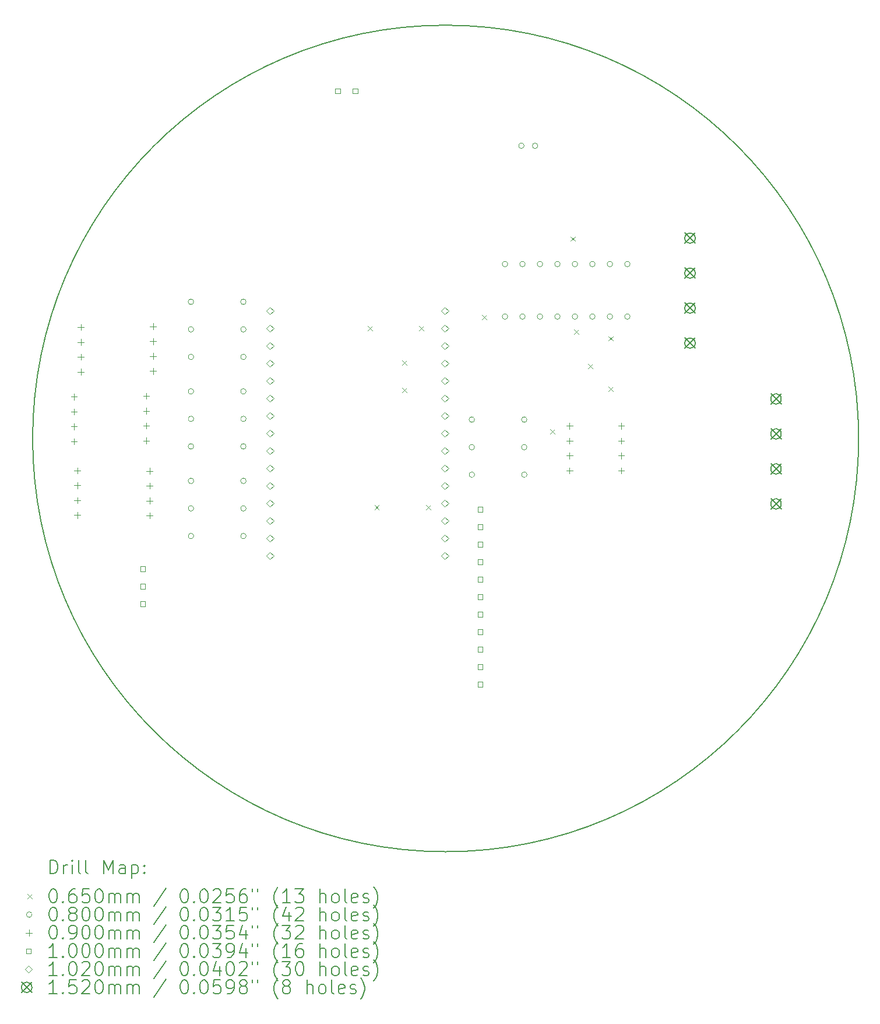
<source format=gbr>
%TF.GenerationSoftware,KiCad,Pcbnew,8.0.4*%
%TF.CreationDate,2024-09-12T05:22:18-05:00*%
%TF.ProjectId,Robt,526f6274-2e6b-4696-9361-645f70636258,rev?*%
%TF.SameCoordinates,Original*%
%TF.FileFunction,Drillmap*%
%TF.FilePolarity,Positive*%
%FSLAX45Y45*%
G04 Gerber Fmt 4.5, Leading zero omitted, Abs format (unit mm)*
G04 Created by KiCad (PCBNEW 8.0.4) date 2024-09-12 05:22:18*
%MOMM*%
%LPD*%
G01*
G04 APERTURE LIST*
%ADD10C,0.200000*%
%ADD11C,0.100000*%
%ADD12C,0.102000*%
%ADD13C,0.152000*%
G04 APERTURE END LIST*
D10*
X23300000Y-9050000D02*
G75*
G02*
X11300000Y-9050000I-6000000J0D01*
G01*
X11300000Y-9050000D02*
G75*
G02*
X23300000Y-9050000I6000000J0D01*
G01*
D11*
X16167500Y-7417500D02*
X16232500Y-7482500D01*
X16232500Y-7417500D02*
X16167500Y-7482500D01*
X16267500Y-10017500D02*
X16332500Y-10082500D01*
X16332500Y-10017500D02*
X16267500Y-10082500D01*
X16667500Y-7917500D02*
X16732500Y-7982500D01*
X16732500Y-7917500D02*
X16667500Y-7982500D01*
X16667500Y-8317500D02*
X16732500Y-8382500D01*
X16732500Y-8317500D02*
X16667500Y-8382500D01*
X16917500Y-7417500D02*
X16982500Y-7482500D01*
X16982500Y-7417500D02*
X16917500Y-7482500D01*
X17017500Y-10017500D02*
X17082500Y-10082500D01*
X17082500Y-10017500D02*
X17017500Y-10082500D01*
X17828350Y-7256650D02*
X17893350Y-7321650D01*
X17893350Y-7256650D02*
X17828350Y-7321650D01*
X18817500Y-8917500D02*
X18882500Y-8982500D01*
X18882500Y-8917500D02*
X18817500Y-8982500D01*
X19117500Y-6117500D02*
X19182500Y-6182500D01*
X19182500Y-6117500D02*
X19117500Y-6182500D01*
X19167500Y-7467500D02*
X19232500Y-7532500D01*
X19232500Y-7467500D02*
X19167500Y-7532500D01*
X19367500Y-7967500D02*
X19432500Y-8032500D01*
X19432500Y-7967500D02*
X19367500Y-8032500D01*
X19667500Y-7567500D02*
X19732500Y-7632500D01*
X19732500Y-7567500D02*
X19667500Y-7632500D01*
X19667500Y-8297900D02*
X19732500Y-8362900D01*
X19732500Y-8297900D02*
X19667500Y-8362900D01*
X13640000Y-7065900D02*
G75*
G02*
X13560000Y-7065900I-40000J0D01*
G01*
X13560000Y-7065900D02*
G75*
G02*
X13640000Y-7065900I40000J0D01*
G01*
X13640000Y-7465900D02*
G75*
G02*
X13560000Y-7465900I-40000J0D01*
G01*
X13560000Y-7465900D02*
G75*
G02*
X13640000Y-7465900I40000J0D01*
G01*
X13640000Y-7865900D02*
G75*
G02*
X13560000Y-7865900I-40000J0D01*
G01*
X13560000Y-7865900D02*
G75*
G02*
X13640000Y-7865900I40000J0D01*
G01*
X13640000Y-8365900D02*
G75*
G02*
X13560000Y-8365900I-40000J0D01*
G01*
X13560000Y-8365900D02*
G75*
G02*
X13640000Y-8365900I40000J0D01*
G01*
X13640000Y-8765900D02*
G75*
G02*
X13560000Y-8765900I-40000J0D01*
G01*
X13560000Y-8765900D02*
G75*
G02*
X13640000Y-8765900I40000J0D01*
G01*
X13640000Y-9165900D02*
G75*
G02*
X13560000Y-9165900I-40000J0D01*
G01*
X13560000Y-9165900D02*
G75*
G02*
X13640000Y-9165900I40000J0D01*
G01*
X13640000Y-9665900D02*
G75*
G02*
X13560000Y-9665900I-40000J0D01*
G01*
X13560000Y-9665900D02*
G75*
G02*
X13640000Y-9665900I40000J0D01*
G01*
X13640000Y-10065900D02*
G75*
G02*
X13560000Y-10065900I-40000J0D01*
G01*
X13560000Y-10065900D02*
G75*
G02*
X13640000Y-10065900I40000J0D01*
G01*
X13640000Y-10465900D02*
G75*
G02*
X13560000Y-10465900I-40000J0D01*
G01*
X13560000Y-10465900D02*
G75*
G02*
X13640000Y-10465900I40000J0D01*
G01*
X14402000Y-7065900D02*
G75*
G02*
X14322000Y-7065900I-40000J0D01*
G01*
X14322000Y-7065900D02*
G75*
G02*
X14402000Y-7065900I40000J0D01*
G01*
X14402000Y-7465900D02*
G75*
G02*
X14322000Y-7465900I-40000J0D01*
G01*
X14322000Y-7465900D02*
G75*
G02*
X14402000Y-7465900I40000J0D01*
G01*
X14402000Y-7865900D02*
G75*
G02*
X14322000Y-7865900I-40000J0D01*
G01*
X14322000Y-7865900D02*
G75*
G02*
X14402000Y-7865900I40000J0D01*
G01*
X14402000Y-8365900D02*
G75*
G02*
X14322000Y-8365900I-40000J0D01*
G01*
X14322000Y-8365900D02*
G75*
G02*
X14402000Y-8365900I40000J0D01*
G01*
X14402000Y-8765900D02*
G75*
G02*
X14322000Y-8765900I-40000J0D01*
G01*
X14322000Y-8765900D02*
G75*
G02*
X14402000Y-8765900I40000J0D01*
G01*
X14402000Y-9165900D02*
G75*
G02*
X14322000Y-9165900I-40000J0D01*
G01*
X14322000Y-9165900D02*
G75*
G02*
X14402000Y-9165900I40000J0D01*
G01*
X14402000Y-9665900D02*
G75*
G02*
X14322000Y-9665900I-40000J0D01*
G01*
X14322000Y-9665900D02*
G75*
G02*
X14402000Y-9665900I40000J0D01*
G01*
X14402000Y-10065900D02*
G75*
G02*
X14322000Y-10065900I-40000J0D01*
G01*
X14322000Y-10065900D02*
G75*
G02*
X14402000Y-10065900I40000J0D01*
G01*
X14402000Y-10465900D02*
G75*
G02*
X14322000Y-10465900I-40000J0D01*
G01*
X14322000Y-10465900D02*
G75*
G02*
X14402000Y-10465900I40000J0D01*
G01*
X17720000Y-8776000D02*
G75*
G02*
X17640000Y-8776000I-40000J0D01*
G01*
X17640000Y-8776000D02*
G75*
G02*
X17720000Y-8776000I40000J0D01*
G01*
X17720000Y-9176000D02*
G75*
G02*
X17640000Y-9176000I-40000J0D01*
G01*
X17640000Y-9176000D02*
G75*
G02*
X17720000Y-9176000I40000J0D01*
G01*
X17720000Y-9576000D02*
G75*
G02*
X17640000Y-9576000I-40000J0D01*
G01*
X17640000Y-9576000D02*
G75*
G02*
X17720000Y-9576000I40000J0D01*
G01*
X18202500Y-6518000D02*
G75*
G02*
X18122500Y-6518000I-40000J0D01*
G01*
X18122500Y-6518000D02*
G75*
G02*
X18202500Y-6518000I40000J0D01*
G01*
X18202500Y-7280000D02*
G75*
G02*
X18122500Y-7280000I-40000J0D01*
G01*
X18122500Y-7280000D02*
G75*
G02*
X18202500Y-7280000I40000J0D01*
G01*
X18440000Y-4800000D02*
G75*
G02*
X18360000Y-4800000I-40000J0D01*
G01*
X18360000Y-4800000D02*
G75*
G02*
X18440000Y-4800000I40000J0D01*
G01*
X18456500Y-6518000D02*
G75*
G02*
X18376500Y-6518000I-40000J0D01*
G01*
X18376500Y-6518000D02*
G75*
G02*
X18456500Y-6518000I40000J0D01*
G01*
X18456500Y-7280000D02*
G75*
G02*
X18376500Y-7280000I-40000J0D01*
G01*
X18376500Y-7280000D02*
G75*
G02*
X18456500Y-7280000I40000J0D01*
G01*
X18482000Y-8776000D02*
G75*
G02*
X18402000Y-8776000I-40000J0D01*
G01*
X18402000Y-8776000D02*
G75*
G02*
X18482000Y-8776000I40000J0D01*
G01*
X18482000Y-9176000D02*
G75*
G02*
X18402000Y-9176000I-40000J0D01*
G01*
X18402000Y-9176000D02*
G75*
G02*
X18482000Y-9176000I40000J0D01*
G01*
X18482000Y-9576000D02*
G75*
G02*
X18402000Y-9576000I-40000J0D01*
G01*
X18402000Y-9576000D02*
G75*
G02*
X18482000Y-9576000I40000J0D01*
G01*
X18640000Y-4800000D02*
G75*
G02*
X18560000Y-4800000I-40000J0D01*
G01*
X18560000Y-4800000D02*
G75*
G02*
X18640000Y-4800000I40000J0D01*
G01*
X18710500Y-6518000D02*
G75*
G02*
X18630500Y-6518000I-40000J0D01*
G01*
X18630500Y-6518000D02*
G75*
G02*
X18710500Y-6518000I40000J0D01*
G01*
X18710500Y-7280000D02*
G75*
G02*
X18630500Y-7280000I-40000J0D01*
G01*
X18630500Y-7280000D02*
G75*
G02*
X18710500Y-7280000I40000J0D01*
G01*
X18964500Y-6518000D02*
G75*
G02*
X18884500Y-6518000I-40000J0D01*
G01*
X18884500Y-6518000D02*
G75*
G02*
X18964500Y-6518000I40000J0D01*
G01*
X18964500Y-7280000D02*
G75*
G02*
X18884500Y-7280000I-40000J0D01*
G01*
X18884500Y-7280000D02*
G75*
G02*
X18964500Y-7280000I40000J0D01*
G01*
X19218500Y-6518000D02*
G75*
G02*
X19138500Y-6518000I-40000J0D01*
G01*
X19138500Y-6518000D02*
G75*
G02*
X19218500Y-6518000I40000J0D01*
G01*
X19218500Y-7280000D02*
G75*
G02*
X19138500Y-7280000I-40000J0D01*
G01*
X19138500Y-7280000D02*
G75*
G02*
X19218500Y-7280000I40000J0D01*
G01*
X19472500Y-6518000D02*
G75*
G02*
X19392500Y-6518000I-40000J0D01*
G01*
X19392500Y-6518000D02*
G75*
G02*
X19472500Y-6518000I40000J0D01*
G01*
X19472500Y-7280000D02*
G75*
G02*
X19392500Y-7280000I-40000J0D01*
G01*
X19392500Y-7280000D02*
G75*
G02*
X19472500Y-7280000I40000J0D01*
G01*
X19726500Y-6518000D02*
G75*
G02*
X19646500Y-6518000I-40000J0D01*
G01*
X19646500Y-6518000D02*
G75*
G02*
X19726500Y-6518000I40000J0D01*
G01*
X19726500Y-7280000D02*
G75*
G02*
X19646500Y-7280000I-40000J0D01*
G01*
X19646500Y-7280000D02*
G75*
G02*
X19726500Y-7280000I40000J0D01*
G01*
X19980500Y-6518000D02*
G75*
G02*
X19900500Y-6518000I-40000J0D01*
G01*
X19900500Y-6518000D02*
G75*
G02*
X19980500Y-6518000I40000J0D01*
G01*
X19980500Y-7280000D02*
G75*
G02*
X19900500Y-7280000I-40000J0D01*
G01*
X19900500Y-7280000D02*
G75*
G02*
X19980500Y-7280000I40000J0D01*
G01*
X11901500Y-8399800D02*
X11901500Y-8489800D01*
X11856500Y-8444800D02*
X11946500Y-8444800D01*
X11901500Y-8615700D02*
X11901500Y-8705700D01*
X11856500Y-8660700D02*
X11946500Y-8660700D01*
X11901500Y-8831600D02*
X11901500Y-8921600D01*
X11856500Y-8876600D02*
X11946500Y-8876600D01*
X11901500Y-9047500D02*
X11901500Y-9137500D01*
X11856500Y-9092500D02*
X11946500Y-9092500D01*
X11950000Y-9470900D02*
X11950000Y-9560900D01*
X11905000Y-9515900D02*
X11995000Y-9515900D01*
X11950000Y-9686800D02*
X11950000Y-9776800D01*
X11905000Y-9731800D02*
X11995000Y-9731800D01*
X11950000Y-9902700D02*
X11950000Y-9992700D01*
X11905000Y-9947700D02*
X11995000Y-9947700D01*
X11950000Y-10118600D02*
X11950000Y-10208600D01*
X11905000Y-10163600D02*
X11995000Y-10163600D01*
X12000000Y-7389100D02*
X12000000Y-7479100D01*
X11955000Y-7434100D02*
X12045000Y-7434100D01*
X12000000Y-7605000D02*
X12000000Y-7695000D01*
X11955000Y-7650000D02*
X12045000Y-7650000D01*
X12000000Y-7820900D02*
X12000000Y-7910900D01*
X11955000Y-7865900D02*
X12045000Y-7865900D01*
X12000000Y-8036800D02*
X12000000Y-8126800D01*
X11955000Y-8081800D02*
X12045000Y-8081800D01*
X12950000Y-8389100D02*
X12950000Y-8479100D01*
X12905000Y-8434100D02*
X12995000Y-8434100D01*
X12950000Y-8605000D02*
X12950000Y-8695000D01*
X12905000Y-8650000D02*
X12995000Y-8650000D01*
X12950000Y-8820900D02*
X12950000Y-8910900D01*
X12905000Y-8865900D02*
X12995000Y-8865900D01*
X12950000Y-9036800D02*
X12950000Y-9126800D01*
X12905000Y-9081800D02*
X12995000Y-9081800D01*
X12998500Y-9476100D02*
X12998500Y-9566100D01*
X12953500Y-9521100D02*
X13043500Y-9521100D01*
X12998500Y-9692000D02*
X12998500Y-9782000D01*
X12953500Y-9737000D02*
X13043500Y-9737000D01*
X12998500Y-9907900D02*
X12998500Y-9997900D01*
X12953500Y-9952900D02*
X13043500Y-9952900D01*
X12998500Y-10123800D02*
X12998500Y-10213800D01*
X12953500Y-10168800D02*
X13043500Y-10168800D01*
X13048500Y-7378400D02*
X13048500Y-7468400D01*
X13003500Y-7423400D02*
X13093500Y-7423400D01*
X13048500Y-7594300D02*
X13048500Y-7684300D01*
X13003500Y-7639300D02*
X13093500Y-7639300D01*
X13048500Y-7810200D02*
X13048500Y-7900200D01*
X13003500Y-7855200D02*
X13093500Y-7855200D01*
X13048500Y-8026100D02*
X13048500Y-8116100D01*
X13003500Y-8071100D02*
X13093500Y-8071100D01*
X19100000Y-8823200D02*
X19100000Y-8913200D01*
X19055000Y-8868200D02*
X19145000Y-8868200D01*
X19100000Y-9039100D02*
X19100000Y-9129100D01*
X19055000Y-9084100D02*
X19145000Y-9084100D01*
X19100000Y-9255000D02*
X19100000Y-9345000D01*
X19055000Y-9300000D02*
X19145000Y-9300000D01*
X19100000Y-9470900D02*
X19100000Y-9560900D01*
X19055000Y-9515900D02*
X19145000Y-9515900D01*
X19850000Y-8823200D02*
X19850000Y-8913200D01*
X19805000Y-8868200D02*
X19895000Y-8868200D01*
X19850000Y-9039100D02*
X19850000Y-9129100D01*
X19805000Y-9084100D02*
X19895000Y-9084100D01*
X19850000Y-9255000D02*
X19850000Y-9345000D01*
X19805000Y-9300000D02*
X19895000Y-9300000D01*
X19850000Y-9470900D02*
X19850000Y-9560900D01*
X19805000Y-9515900D02*
X19895000Y-9515900D01*
X12932856Y-10979856D02*
X12932856Y-10909144D01*
X12862144Y-10909144D01*
X12862144Y-10979856D01*
X12932856Y-10979856D01*
X12932856Y-11233856D02*
X12932856Y-11163144D01*
X12862144Y-11163144D01*
X12862144Y-11233856D01*
X12932856Y-11233856D01*
X12932856Y-11487856D02*
X12932856Y-11417144D01*
X12862144Y-11417144D01*
X12862144Y-11487856D01*
X12932856Y-11487856D01*
X15768856Y-4037856D02*
X15768856Y-3967144D01*
X15698144Y-3967144D01*
X15698144Y-4037856D01*
X15768856Y-4037856D01*
X16022856Y-4037856D02*
X16022856Y-3967144D01*
X15952144Y-3967144D01*
X15952144Y-4037856D01*
X16022856Y-4037856D01*
X17835356Y-10115356D02*
X17835356Y-10044644D01*
X17764644Y-10044644D01*
X17764644Y-10115356D01*
X17835356Y-10115356D01*
X17835356Y-10369356D02*
X17835356Y-10298644D01*
X17764644Y-10298644D01*
X17764644Y-10369356D01*
X17835356Y-10369356D01*
X17835356Y-10623356D02*
X17835356Y-10552644D01*
X17764644Y-10552644D01*
X17764644Y-10623356D01*
X17835356Y-10623356D01*
X17835356Y-10877356D02*
X17835356Y-10806644D01*
X17764644Y-10806644D01*
X17764644Y-10877356D01*
X17835356Y-10877356D01*
X17835356Y-11131356D02*
X17835356Y-11060644D01*
X17764644Y-11060644D01*
X17764644Y-11131356D01*
X17835356Y-11131356D01*
X17835356Y-11385356D02*
X17835356Y-11314644D01*
X17764644Y-11314644D01*
X17764644Y-11385356D01*
X17835356Y-11385356D01*
X17835356Y-11639356D02*
X17835356Y-11568644D01*
X17764644Y-11568644D01*
X17764644Y-11639356D01*
X17835356Y-11639356D01*
X17835356Y-11893356D02*
X17835356Y-11822644D01*
X17764644Y-11822644D01*
X17764644Y-11893356D01*
X17835356Y-11893356D01*
X17835356Y-12147356D02*
X17835356Y-12076644D01*
X17764644Y-12076644D01*
X17764644Y-12147356D01*
X17835356Y-12147356D01*
X17835356Y-12401356D02*
X17835356Y-12330644D01*
X17764644Y-12330644D01*
X17764644Y-12401356D01*
X17835356Y-12401356D01*
X17835356Y-12655356D02*
X17835356Y-12584644D01*
X17764644Y-12584644D01*
X17764644Y-12655356D01*
X17835356Y-12655356D01*
D12*
X14750000Y-7247000D02*
X14801000Y-7196000D01*
X14750000Y-7145000D01*
X14699000Y-7196000D01*
X14750000Y-7247000D01*
X14750000Y-7501000D02*
X14801000Y-7450000D01*
X14750000Y-7399000D01*
X14699000Y-7450000D01*
X14750000Y-7501000D01*
X14750000Y-7755000D02*
X14801000Y-7704000D01*
X14750000Y-7653000D01*
X14699000Y-7704000D01*
X14750000Y-7755000D01*
X14750000Y-8009000D02*
X14801000Y-7958000D01*
X14750000Y-7907000D01*
X14699000Y-7958000D01*
X14750000Y-8009000D01*
X14750000Y-8263000D02*
X14801000Y-8212000D01*
X14750000Y-8161000D01*
X14699000Y-8212000D01*
X14750000Y-8263000D01*
X14750000Y-8517000D02*
X14801000Y-8466000D01*
X14750000Y-8415000D01*
X14699000Y-8466000D01*
X14750000Y-8517000D01*
X14750000Y-8771000D02*
X14801000Y-8720000D01*
X14750000Y-8669000D01*
X14699000Y-8720000D01*
X14750000Y-8771000D01*
X14750000Y-9025000D02*
X14801000Y-8974000D01*
X14750000Y-8923000D01*
X14699000Y-8974000D01*
X14750000Y-9025000D01*
X14750000Y-9279000D02*
X14801000Y-9228000D01*
X14750000Y-9177000D01*
X14699000Y-9228000D01*
X14750000Y-9279000D01*
X14750000Y-9533000D02*
X14801000Y-9482000D01*
X14750000Y-9431000D01*
X14699000Y-9482000D01*
X14750000Y-9533000D01*
X14750000Y-9787000D02*
X14801000Y-9736000D01*
X14750000Y-9685000D01*
X14699000Y-9736000D01*
X14750000Y-9787000D01*
X14750000Y-10041000D02*
X14801000Y-9990000D01*
X14750000Y-9939000D01*
X14699000Y-9990000D01*
X14750000Y-10041000D01*
X14750000Y-10295000D02*
X14801000Y-10244000D01*
X14750000Y-10193000D01*
X14699000Y-10244000D01*
X14750000Y-10295000D01*
X14750000Y-10549000D02*
X14801000Y-10498000D01*
X14750000Y-10447000D01*
X14699000Y-10498000D01*
X14750000Y-10549000D01*
X14750000Y-10803000D02*
X14801000Y-10752000D01*
X14750000Y-10701000D01*
X14699000Y-10752000D01*
X14750000Y-10803000D01*
X17290000Y-7247000D02*
X17341000Y-7196000D01*
X17290000Y-7145000D01*
X17239000Y-7196000D01*
X17290000Y-7247000D01*
X17290000Y-7501000D02*
X17341000Y-7450000D01*
X17290000Y-7399000D01*
X17239000Y-7450000D01*
X17290000Y-7501000D01*
X17290000Y-7755000D02*
X17341000Y-7704000D01*
X17290000Y-7653000D01*
X17239000Y-7704000D01*
X17290000Y-7755000D01*
X17290000Y-8009000D02*
X17341000Y-7958000D01*
X17290000Y-7907000D01*
X17239000Y-7958000D01*
X17290000Y-8009000D01*
X17290000Y-8263000D02*
X17341000Y-8212000D01*
X17290000Y-8161000D01*
X17239000Y-8212000D01*
X17290000Y-8263000D01*
X17290000Y-8517000D02*
X17341000Y-8466000D01*
X17290000Y-8415000D01*
X17239000Y-8466000D01*
X17290000Y-8517000D01*
X17290000Y-8771000D02*
X17341000Y-8720000D01*
X17290000Y-8669000D01*
X17239000Y-8720000D01*
X17290000Y-8771000D01*
X17290000Y-9025000D02*
X17341000Y-8974000D01*
X17290000Y-8923000D01*
X17239000Y-8974000D01*
X17290000Y-9025000D01*
X17290000Y-9279000D02*
X17341000Y-9228000D01*
X17290000Y-9177000D01*
X17239000Y-9228000D01*
X17290000Y-9279000D01*
X17290000Y-9533000D02*
X17341000Y-9482000D01*
X17290000Y-9431000D01*
X17239000Y-9482000D01*
X17290000Y-9533000D01*
X17290000Y-9787000D02*
X17341000Y-9736000D01*
X17290000Y-9685000D01*
X17239000Y-9736000D01*
X17290000Y-9787000D01*
X17290000Y-10041000D02*
X17341000Y-9990000D01*
X17290000Y-9939000D01*
X17239000Y-9990000D01*
X17290000Y-10041000D01*
X17290000Y-10295000D02*
X17341000Y-10244000D01*
X17290000Y-10193000D01*
X17239000Y-10244000D01*
X17290000Y-10295000D01*
X17290000Y-10549000D02*
X17341000Y-10498000D01*
X17290000Y-10447000D01*
X17239000Y-10498000D01*
X17290000Y-10549000D01*
X17290000Y-10803000D02*
X17341000Y-10752000D01*
X17290000Y-10701000D01*
X17239000Y-10752000D01*
X17290000Y-10803000D01*
D13*
X20774000Y-6066000D02*
X20926000Y-6218000D01*
X20926000Y-6066000D02*
X20774000Y-6218000D01*
X20926000Y-6142000D02*
G75*
G02*
X20774000Y-6142000I-76000J0D01*
G01*
X20774000Y-6142000D02*
G75*
G02*
X20926000Y-6142000I76000J0D01*
G01*
X20774000Y-6574000D02*
X20926000Y-6726000D01*
X20926000Y-6574000D02*
X20774000Y-6726000D01*
X20926000Y-6650000D02*
G75*
G02*
X20774000Y-6650000I-76000J0D01*
G01*
X20774000Y-6650000D02*
G75*
G02*
X20926000Y-6650000I76000J0D01*
G01*
X20774000Y-7082000D02*
X20926000Y-7234000D01*
X20926000Y-7082000D02*
X20774000Y-7234000D01*
X20926000Y-7158000D02*
G75*
G02*
X20774000Y-7158000I-76000J0D01*
G01*
X20774000Y-7158000D02*
G75*
G02*
X20926000Y-7158000I76000J0D01*
G01*
X20774000Y-7590000D02*
X20926000Y-7742000D01*
X20926000Y-7590000D02*
X20774000Y-7742000D01*
X20926000Y-7666000D02*
G75*
G02*
X20774000Y-7666000I-76000J0D01*
G01*
X20774000Y-7666000D02*
G75*
G02*
X20926000Y-7666000I76000J0D01*
G01*
X22024000Y-8400000D02*
X22176000Y-8552000D01*
X22176000Y-8400000D02*
X22024000Y-8552000D01*
X22176000Y-8476000D02*
G75*
G02*
X22024000Y-8476000I-76000J0D01*
G01*
X22024000Y-8476000D02*
G75*
G02*
X22176000Y-8476000I76000J0D01*
G01*
X22024000Y-8908000D02*
X22176000Y-9060000D01*
X22176000Y-8908000D02*
X22024000Y-9060000D01*
X22176000Y-8984000D02*
G75*
G02*
X22024000Y-8984000I-76000J0D01*
G01*
X22024000Y-8984000D02*
G75*
G02*
X22176000Y-8984000I76000J0D01*
G01*
X22024000Y-9416000D02*
X22176000Y-9568000D01*
X22176000Y-9416000D02*
X22024000Y-9568000D01*
X22176000Y-9492000D02*
G75*
G02*
X22024000Y-9492000I-76000J0D01*
G01*
X22024000Y-9492000D02*
G75*
G02*
X22176000Y-9492000I76000J0D01*
G01*
X22024000Y-9924000D02*
X22176000Y-10076000D01*
X22176000Y-9924000D02*
X22024000Y-10076000D01*
X22176000Y-10000000D02*
G75*
G02*
X22024000Y-10000000I-76000J0D01*
G01*
X22024000Y-10000000D02*
G75*
G02*
X22176000Y-10000000I76000J0D01*
G01*
D10*
X11550777Y-15371484D02*
X11550777Y-15171484D01*
X11550777Y-15171484D02*
X11598396Y-15171484D01*
X11598396Y-15171484D02*
X11626967Y-15181008D01*
X11626967Y-15181008D02*
X11646015Y-15200055D01*
X11646015Y-15200055D02*
X11655539Y-15219103D01*
X11655539Y-15219103D02*
X11665062Y-15257198D01*
X11665062Y-15257198D02*
X11665062Y-15285769D01*
X11665062Y-15285769D02*
X11655539Y-15323865D01*
X11655539Y-15323865D02*
X11646015Y-15342912D01*
X11646015Y-15342912D02*
X11626967Y-15361960D01*
X11626967Y-15361960D02*
X11598396Y-15371484D01*
X11598396Y-15371484D02*
X11550777Y-15371484D01*
X11750777Y-15371484D02*
X11750777Y-15238150D01*
X11750777Y-15276246D02*
X11760301Y-15257198D01*
X11760301Y-15257198D02*
X11769824Y-15247674D01*
X11769824Y-15247674D02*
X11788872Y-15238150D01*
X11788872Y-15238150D02*
X11807920Y-15238150D01*
X11874586Y-15371484D02*
X11874586Y-15238150D01*
X11874586Y-15171484D02*
X11865062Y-15181008D01*
X11865062Y-15181008D02*
X11874586Y-15190531D01*
X11874586Y-15190531D02*
X11884110Y-15181008D01*
X11884110Y-15181008D02*
X11874586Y-15171484D01*
X11874586Y-15171484D02*
X11874586Y-15190531D01*
X11998396Y-15371484D02*
X11979348Y-15361960D01*
X11979348Y-15361960D02*
X11969824Y-15342912D01*
X11969824Y-15342912D02*
X11969824Y-15171484D01*
X12103158Y-15371484D02*
X12084110Y-15361960D01*
X12084110Y-15361960D02*
X12074586Y-15342912D01*
X12074586Y-15342912D02*
X12074586Y-15171484D01*
X12331729Y-15371484D02*
X12331729Y-15171484D01*
X12331729Y-15171484D02*
X12398396Y-15314341D01*
X12398396Y-15314341D02*
X12465062Y-15171484D01*
X12465062Y-15171484D02*
X12465062Y-15371484D01*
X12646015Y-15371484D02*
X12646015Y-15266722D01*
X12646015Y-15266722D02*
X12636491Y-15247674D01*
X12636491Y-15247674D02*
X12617443Y-15238150D01*
X12617443Y-15238150D02*
X12579348Y-15238150D01*
X12579348Y-15238150D02*
X12560301Y-15247674D01*
X12646015Y-15361960D02*
X12626967Y-15371484D01*
X12626967Y-15371484D02*
X12579348Y-15371484D01*
X12579348Y-15371484D02*
X12560301Y-15361960D01*
X12560301Y-15361960D02*
X12550777Y-15342912D01*
X12550777Y-15342912D02*
X12550777Y-15323865D01*
X12550777Y-15323865D02*
X12560301Y-15304817D01*
X12560301Y-15304817D02*
X12579348Y-15295293D01*
X12579348Y-15295293D02*
X12626967Y-15295293D01*
X12626967Y-15295293D02*
X12646015Y-15285769D01*
X12741253Y-15238150D02*
X12741253Y-15438150D01*
X12741253Y-15247674D02*
X12760301Y-15238150D01*
X12760301Y-15238150D02*
X12798396Y-15238150D01*
X12798396Y-15238150D02*
X12817443Y-15247674D01*
X12817443Y-15247674D02*
X12826967Y-15257198D01*
X12826967Y-15257198D02*
X12836491Y-15276246D01*
X12836491Y-15276246D02*
X12836491Y-15333388D01*
X12836491Y-15333388D02*
X12826967Y-15352436D01*
X12826967Y-15352436D02*
X12817443Y-15361960D01*
X12817443Y-15361960D02*
X12798396Y-15371484D01*
X12798396Y-15371484D02*
X12760301Y-15371484D01*
X12760301Y-15371484D02*
X12741253Y-15361960D01*
X12922205Y-15352436D02*
X12931729Y-15361960D01*
X12931729Y-15361960D02*
X12922205Y-15371484D01*
X12922205Y-15371484D02*
X12912682Y-15361960D01*
X12912682Y-15361960D02*
X12922205Y-15352436D01*
X12922205Y-15352436D02*
X12922205Y-15371484D01*
X12922205Y-15247674D02*
X12931729Y-15257198D01*
X12931729Y-15257198D02*
X12922205Y-15266722D01*
X12922205Y-15266722D02*
X12912682Y-15257198D01*
X12912682Y-15257198D02*
X12922205Y-15247674D01*
X12922205Y-15247674D02*
X12922205Y-15266722D01*
D11*
X11225000Y-15667500D02*
X11290000Y-15732500D01*
X11290000Y-15667500D02*
X11225000Y-15732500D01*
D10*
X11588872Y-15591484D02*
X11607920Y-15591484D01*
X11607920Y-15591484D02*
X11626967Y-15601008D01*
X11626967Y-15601008D02*
X11636491Y-15610531D01*
X11636491Y-15610531D02*
X11646015Y-15629579D01*
X11646015Y-15629579D02*
X11655539Y-15667674D01*
X11655539Y-15667674D02*
X11655539Y-15715293D01*
X11655539Y-15715293D02*
X11646015Y-15753388D01*
X11646015Y-15753388D02*
X11636491Y-15772436D01*
X11636491Y-15772436D02*
X11626967Y-15781960D01*
X11626967Y-15781960D02*
X11607920Y-15791484D01*
X11607920Y-15791484D02*
X11588872Y-15791484D01*
X11588872Y-15791484D02*
X11569824Y-15781960D01*
X11569824Y-15781960D02*
X11560301Y-15772436D01*
X11560301Y-15772436D02*
X11550777Y-15753388D01*
X11550777Y-15753388D02*
X11541253Y-15715293D01*
X11541253Y-15715293D02*
X11541253Y-15667674D01*
X11541253Y-15667674D02*
X11550777Y-15629579D01*
X11550777Y-15629579D02*
X11560301Y-15610531D01*
X11560301Y-15610531D02*
X11569824Y-15601008D01*
X11569824Y-15601008D02*
X11588872Y-15591484D01*
X11741253Y-15772436D02*
X11750777Y-15781960D01*
X11750777Y-15781960D02*
X11741253Y-15791484D01*
X11741253Y-15791484D02*
X11731729Y-15781960D01*
X11731729Y-15781960D02*
X11741253Y-15772436D01*
X11741253Y-15772436D02*
X11741253Y-15791484D01*
X11922205Y-15591484D02*
X11884110Y-15591484D01*
X11884110Y-15591484D02*
X11865062Y-15601008D01*
X11865062Y-15601008D02*
X11855539Y-15610531D01*
X11855539Y-15610531D02*
X11836491Y-15639103D01*
X11836491Y-15639103D02*
X11826967Y-15677198D01*
X11826967Y-15677198D02*
X11826967Y-15753388D01*
X11826967Y-15753388D02*
X11836491Y-15772436D01*
X11836491Y-15772436D02*
X11846015Y-15781960D01*
X11846015Y-15781960D02*
X11865062Y-15791484D01*
X11865062Y-15791484D02*
X11903158Y-15791484D01*
X11903158Y-15791484D02*
X11922205Y-15781960D01*
X11922205Y-15781960D02*
X11931729Y-15772436D01*
X11931729Y-15772436D02*
X11941253Y-15753388D01*
X11941253Y-15753388D02*
X11941253Y-15705769D01*
X11941253Y-15705769D02*
X11931729Y-15686722D01*
X11931729Y-15686722D02*
X11922205Y-15677198D01*
X11922205Y-15677198D02*
X11903158Y-15667674D01*
X11903158Y-15667674D02*
X11865062Y-15667674D01*
X11865062Y-15667674D02*
X11846015Y-15677198D01*
X11846015Y-15677198D02*
X11836491Y-15686722D01*
X11836491Y-15686722D02*
X11826967Y-15705769D01*
X12122205Y-15591484D02*
X12026967Y-15591484D01*
X12026967Y-15591484D02*
X12017443Y-15686722D01*
X12017443Y-15686722D02*
X12026967Y-15677198D01*
X12026967Y-15677198D02*
X12046015Y-15667674D01*
X12046015Y-15667674D02*
X12093634Y-15667674D01*
X12093634Y-15667674D02*
X12112682Y-15677198D01*
X12112682Y-15677198D02*
X12122205Y-15686722D01*
X12122205Y-15686722D02*
X12131729Y-15705769D01*
X12131729Y-15705769D02*
X12131729Y-15753388D01*
X12131729Y-15753388D02*
X12122205Y-15772436D01*
X12122205Y-15772436D02*
X12112682Y-15781960D01*
X12112682Y-15781960D02*
X12093634Y-15791484D01*
X12093634Y-15791484D02*
X12046015Y-15791484D01*
X12046015Y-15791484D02*
X12026967Y-15781960D01*
X12026967Y-15781960D02*
X12017443Y-15772436D01*
X12255539Y-15591484D02*
X12274586Y-15591484D01*
X12274586Y-15591484D02*
X12293634Y-15601008D01*
X12293634Y-15601008D02*
X12303158Y-15610531D01*
X12303158Y-15610531D02*
X12312682Y-15629579D01*
X12312682Y-15629579D02*
X12322205Y-15667674D01*
X12322205Y-15667674D02*
X12322205Y-15715293D01*
X12322205Y-15715293D02*
X12312682Y-15753388D01*
X12312682Y-15753388D02*
X12303158Y-15772436D01*
X12303158Y-15772436D02*
X12293634Y-15781960D01*
X12293634Y-15781960D02*
X12274586Y-15791484D01*
X12274586Y-15791484D02*
X12255539Y-15791484D01*
X12255539Y-15791484D02*
X12236491Y-15781960D01*
X12236491Y-15781960D02*
X12226967Y-15772436D01*
X12226967Y-15772436D02*
X12217443Y-15753388D01*
X12217443Y-15753388D02*
X12207920Y-15715293D01*
X12207920Y-15715293D02*
X12207920Y-15667674D01*
X12207920Y-15667674D02*
X12217443Y-15629579D01*
X12217443Y-15629579D02*
X12226967Y-15610531D01*
X12226967Y-15610531D02*
X12236491Y-15601008D01*
X12236491Y-15601008D02*
X12255539Y-15591484D01*
X12407920Y-15791484D02*
X12407920Y-15658150D01*
X12407920Y-15677198D02*
X12417443Y-15667674D01*
X12417443Y-15667674D02*
X12436491Y-15658150D01*
X12436491Y-15658150D02*
X12465063Y-15658150D01*
X12465063Y-15658150D02*
X12484110Y-15667674D01*
X12484110Y-15667674D02*
X12493634Y-15686722D01*
X12493634Y-15686722D02*
X12493634Y-15791484D01*
X12493634Y-15686722D02*
X12503158Y-15667674D01*
X12503158Y-15667674D02*
X12522205Y-15658150D01*
X12522205Y-15658150D02*
X12550777Y-15658150D01*
X12550777Y-15658150D02*
X12569824Y-15667674D01*
X12569824Y-15667674D02*
X12579348Y-15686722D01*
X12579348Y-15686722D02*
X12579348Y-15791484D01*
X12674586Y-15791484D02*
X12674586Y-15658150D01*
X12674586Y-15677198D02*
X12684110Y-15667674D01*
X12684110Y-15667674D02*
X12703158Y-15658150D01*
X12703158Y-15658150D02*
X12731729Y-15658150D01*
X12731729Y-15658150D02*
X12750777Y-15667674D01*
X12750777Y-15667674D02*
X12760301Y-15686722D01*
X12760301Y-15686722D02*
X12760301Y-15791484D01*
X12760301Y-15686722D02*
X12769824Y-15667674D01*
X12769824Y-15667674D02*
X12788872Y-15658150D01*
X12788872Y-15658150D02*
X12817443Y-15658150D01*
X12817443Y-15658150D02*
X12836491Y-15667674D01*
X12836491Y-15667674D02*
X12846015Y-15686722D01*
X12846015Y-15686722D02*
X12846015Y-15791484D01*
X13236491Y-15581960D02*
X13065063Y-15839103D01*
X13493634Y-15591484D02*
X13512682Y-15591484D01*
X13512682Y-15591484D02*
X13531729Y-15601008D01*
X13531729Y-15601008D02*
X13541253Y-15610531D01*
X13541253Y-15610531D02*
X13550777Y-15629579D01*
X13550777Y-15629579D02*
X13560301Y-15667674D01*
X13560301Y-15667674D02*
X13560301Y-15715293D01*
X13560301Y-15715293D02*
X13550777Y-15753388D01*
X13550777Y-15753388D02*
X13541253Y-15772436D01*
X13541253Y-15772436D02*
X13531729Y-15781960D01*
X13531729Y-15781960D02*
X13512682Y-15791484D01*
X13512682Y-15791484D02*
X13493634Y-15791484D01*
X13493634Y-15791484D02*
X13474586Y-15781960D01*
X13474586Y-15781960D02*
X13465063Y-15772436D01*
X13465063Y-15772436D02*
X13455539Y-15753388D01*
X13455539Y-15753388D02*
X13446015Y-15715293D01*
X13446015Y-15715293D02*
X13446015Y-15667674D01*
X13446015Y-15667674D02*
X13455539Y-15629579D01*
X13455539Y-15629579D02*
X13465063Y-15610531D01*
X13465063Y-15610531D02*
X13474586Y-15601008D01*
X13474586Y-15601008D02*
X13493634Y-15591484D01*
X13646015Y-15772436D02*
X13655539Y-15781960D01*
X13655539Y-15781960D02*
X13646015Y-15791484D01*
X13646015Y-15791484D02*
X13636491Y-15781960D01*
X13636491Y-15781960D02*
X13646015Y-15772436D01*
X13646015Y-15772436D02*
X13646015Y-15791484D01*
X13779348Y-15591484D02*
X13798396Y-15591484D01*
X13798396Y-15591484D02*
X13817444Y-15601008D01*
X13817444Y-15601008D02*
X13826967Y-15610531D01*
X13826967Y-15610531D02*
X13836491Y-15629579D01*
X13836491Y-15629579D02*
X13846015Y-15667674D01*
X13846015Y-15667674D02*
X13846015Y-15715293D01*
X13846015Y-15715293D02*
X13836491Y-15753388D01*
X13836491Y-15753388D02*
X13826967Y-15772436D01*
X13826967Y-15772436D02*
X13817444Y-15781960D01*
X13817444Y-15781960D02*
X13798396Y-15791484D01*
X13798396Y-15791484D02*
X13779348Y-15791484D01*
X13779348Y-15791484D02*
X13760301Y-15781960D01*
X13760301Y-15781960D02*
X13750777Y-15772436D01*
X13750777Y-15772436D02*
X13741253Y-15753388D01*
X13741253Y-15753388D02*
X13731729Y-15715293D01*
X13731729Y-15715293D02*
X13731729Y-15667674D01*
X13731729Y-15667674D02*
X13741253Y-15629579D01*
X13741253Y-15629579D02*
X13750777Y-15610531D01*
X13750777Y-15610531D02*
X13760301Y-15601008D01*
X13760301Y-15601008D02*
X13779348Y-15591484D01*
X13922206Y-15610531D02*
X13931729Y-15601008D01*
X13931729Y-15601008D02*
X13950777Y-15591484D01*
X13950777Y-15591484D02*
X13998396Y-15591484D01*
X13998396Y-15591484D02*
X14017444Y-15601008D01*
X14017444Y-15601008D02*
X14026967Y-15610531D01*
X14026967Y-15610531D02*
X14036491Y-15629579D01*
X14036491Y-15629579D02*
X14036491Y-15648627D01*
X14036491Y-15648627D02*
X14026967Y-15677198D01*
X14026967Y-15677198D02*
X13912682Y-15791484D01*
X13912682Y-15791484D02*
X14036491Y-15791484D01*
X14217444Y-15591484D02*
X14122206Y-15591484D01*
X14122206Y-15591484D02*
X14112682Y-15686722D01*
X14112682Y-15686722D02*
X14122206Y-15677198D01*
X14122206Y-15677198D02*
X14141253Y-15667674D01*
X14141253Y-15667674D02*
X14188872Y-15667674D01*
X14188872Y-15667674D02*
X14207920Y-15677198D01*
X14207920Y-15677198D02*
X14217444Y-15686722D01*
X14217444Y-15686722D02*
X14226967Y-15705769D01*
X14226967Y-15705769D02*
X14226967Y-15753388D01*
X14226967Y-15753388D02*
X14217444Y-15772436D01*
X14217444Y-15772436D02*
X14207920Y-15781960D01*
X14207920Y-15781960D02*
X14188872Y-15791484D01*
X14188872Y-15791484D02*
X14141253Y-15791484D01*
X14141253Y-15791484D02*
X14122206Y-15781960D01*
X14122206Y-15781960D02*
X14112682Y-15772436D01*
X14398396Y-15591484D02*
X14360301Y-15591484D01*
X14360301Y-15591484D02*
X14341253Y-15601008D01*
X14341253Y-15601008D02*
X14331729Y-15610531D01*
X14331729Y-15610531D02*
X14312682Y-15639103D01*
X14312682Y-15639103D02*
X14303158Y-15677198D01*
X14303158Y-15677198D02*
X14303158Y-15753388D01*
X14303158Y-15753388D02*
X14312682Y-15772436D01*
X14312682Y-15772436D02*
X14322206Y-15781960D01*
X14322206Y-15781960D02*
X14341253Y-15791484D01*
X14341253Y-15791484D02*
X14379348Y-15791484D01*
X14379348Y-15791484D02*
X14398396Y-15781960D01*
X14398396Y-15781960D02*
X14407920Y-15772436D01*
X14407920Y-15772436D02*
X14417444Y-15753388D01*
X14417444Y-15753388D02*
X14417444Y-15705769D01*
X14417444Y-15705769D02*
X14407920Y-15686722D01*
X14407920Y-15686722D02*
X14398396Y-15677198D01*
X14398396Y-15677198D02*
X14379348Y-15667674D01*
X14379348Y-15667674D02*
X14341253Y-15667674D01*
X14341253Y-15667674D02*
X14322206Y-15677198D01*
X14322206Y-15677198D02*
X14312682Y-15686722D01*
X14312682Y-15686722D02*
X14303158Y-15705769D01*
X14493634Y-15591484D02*
X14493634Y-15629579D01*
X14569825Y-15591484D02*
X14569825Y-15629579D01*
X14865063Y-15867674D02*
X14855539Y-15858150D01*
X14855539Y-15858150D02*
X14836491Y-15829579D01*
X14836491Y-15829579D02*
X14826968Y-15810531D01*
X14826968Y-15810531D02*
X14817444Y-15781960D01*
X14817444Y-15781960D02*
X14807920Y-15734341D01*
X14807920Y-15734341D02*
X14807920Y-15696246D01*
X14807920Y-15696246D02*
X14817444Y-15648627D01*
X14817444Y-15648627D02*
X14826968Y-15620055D01*
X14826968Y-15620055D02*
X14836491Y-15601008D01*
X14836491Y-15601008D02*
X14855539Y-15572436D01*
X14855539Y-15572436D02*
X14865063Y-15562912D01*
X15046015Y-15791484D02*
X14931729Y-15791484D01*
X14988872Y-15791484D02*
X14988872Y-15591484D01*
X14988872Y-15591484D02*
X14969825Y-15620055D01*
X14969825Y-15620055D02*
X14950777Y-15639103D01*
X14950777Y-15639103D02*
X14931729Y-15648627D01*
X15112682Y-15591484D02*
X15236491Y-15591484D01*
X15236491Y-15591484D02*
X15169825Y-15667674D01*
X15169825Y-15667674D02*
X15198396Y-15667674D01*
X15198396Y-15667674D02*
X15217444Y-15677198D01*
X15217444Y-15677198D02*
X15226968Y-15686722D01*
X15226968Y-15686722D02*
X15236491Y-15705769D01*
X15236491Y-15705769D02*
X15236491Y-15753388D01*
X15236491Y-15753388D02*
X15226968Y-15772436D01*
X15226968Y-15772436D02*
X15217444Y-15781960D01*
X15217444Y-15781960D02*
X15198396Y-15791484D01*
X15198396Y-15791484D02*
X15141253Y-15791484D01*
X15141253Y-15791484D02*
X15122206Y-15781960D01*
X15122206Y-15781960D02*
X15112682Y-15772436D01*
X15474587Y-15791484D02*
X15474587Y-15591484D01*
X15560301Y-15791484D02*
X15560301Y-15686722D01*
X15560301Y-15686722D02*
X15550777Y-15667674D01*
X15550777Y-15667674D02*
X15531730Y-15658150D01*
X15531730Y-15658150D02*
X15503158Y-15658150D01*
X15503158Y-15658150D02*
X15484110Y-15667674D01*
X15484110Y-15667674D02*
X15474587Y-15677198D01*
X15684110Y-15791484D02*
X15665063Y-15781960D01*
X15665063Y-15781960D02*
X15655539Y-15772436D01*
X15655539Y-15772436D02*
X15646015Y-15753388D01*
X15646015Y-15753388D02*
X15646015Y-15696246D01*
X15646015Y-15696246D02*
X15655539Y-15677198D01*
X15655539Y-15677198D02*
X15665063Y-15667674D01*
X15665063Y-15667674D02*
X15684110Y-15658150D01*
X15684110Y-15658150D02*
X15712682Y-15658150D01*
X15712682Y-15658150D02*
X15731730Y-15667674D01*
X15731730Y-15667674D02*
X15741253Y-15677198D01*
X15741253Y-15677198D02*
X15750777Y-15696246D01*
X15750777Y-15696246D02*
X15750777Y-15753388D01*
X15750777Y-15753388D02*
X15741253Y-15772436D01*
X15741253Y-15772436D02*
X15731730Y-15781960D01*
X15731730Y-15781960D02*
X15712682Y-15791484D01*
X15712682Y-15791484D02*
X15684110Y-15791484D01*
X15865063Y-15791484D02*
X15846015Y-15781960D01*
X15846015Y-15781960D02*
X15836491Y-15762912D01*
X15836491Y-15762912D02*
X15836491Y-15591484D01*
X16017444Y-15781960D02*
X15998396Y-15791484D01*
X15998396Y-15791484D02*
X15960301Y-15791484D01*
X15960301Y-15791484D02*
X15941253Y-15781960D01*
X15941253Y-15781960D02*
X15931730Y-15762912D01*
X15931730Y-15762912D02*
X15931730Y-15686722D01*
X15931730Y-15686722D02*
X15941253Y-15667674D01*
X15941253Y-15667674D02*
X15960301Y-15658150D01*
X15960301Y-15658150D02*
X15998396Y-15658150D01*
X15998396Y-15658150D02*
X16017444Y-15667674D01*
X16017444Y-15667674D02*
X16026968Y-15686722D01*
X16026968Y-15686722D02*
X16026968Y-15705769D01*
X16026968Y-15705769D02*
X15931730Y-15724817D01*
X16103158Y-15781960D02*
X16122206Y-15791484D01*
X16122206Y-15791484D02*
X16160301Y-15791484D01*
X16160301Y-15791484D02*
X16179349Y-15781960D01*
X16179349Y-15781960D02*
X16188872Y-15762912D01*
X16188872Y-15762912D02*
X16188872Y-15753388D01*
X16188872Y-15753388D02*
X16179349Y-15734341D01*
X16179349Y-15734341D02*
X16160301Y-15724817D01*
X16160301Y-15724817D02*
X16131730Y-15724817D01*
X16131730Y-15724817D02*
X16112682Y-15715293D01*
X16112682Y-15715293D02*
X16103158Y-15696246D01*
X16103158Y-15696246D02*
X16103158Y-15686722D01*
X16103158Y-15686722D02*
X16112682Y-15667674D01*
X16112682Y-15667674D02*
X16131730Y-15658150D01*
X16131730Y-15658150D02*
X16160301Y-15658150D01*
X16160301Y-15658150D02*
X16179349Y-15667674D01*
X16255539Y-15867674D02*
X16265063Y-15858150D01*
X16265063Y-15858150D02*
X16284111Y-15829579D01*
X16284111Y-15829579D02*
X16293634Y-15810531D01*
X16293634Y-15810531D02*
X16303158Y-15781960D01*
X16303158Y-15781960D02*
X16312682Y-15734341D01*
X16312682Y-15734341D02*
X16312682Y-15696246D01*
X16312682Y-15696246D02*
X16303158Y-15648627D01*
X16303158Y-15648627D02*
X16293634Y-15620055D01*
X16293634Y-15620055D02*
X16284111Y-15601008D01*
X16284111Y-15601008D02*
X16265063Y-15572436D01*
X16265063Y-15572436D02*
X16255539Y-15562912D01*
D11*
X11290000Y-15964000D02*
G75*
G02*
X11210000Y-15964000I-40000J0D01*
G01*
X11210000Y-15964000D02*
G75*
G02*
X11290000Y-15964000I40000J0D01*
G01*
D10*
X11588872Y-15855484D02*
X11607920Y-15855484D01*
X11607920Y-15855484D02*
X11626967Y-15865008D01*
X11626967Y-15865008D02*
X11636491Y-15874531D01*
X11636491Y-15874531D02*
X11646015Y-15893579D01*
X11646015Y-15893579D02*
X11655539Y-15931674D01*
X11655539Y-15931674D02*
X11655539Y-15979293D01*
X11655539Y-15979293D02*
X11646015Y-16017388D01*
X11646015Y-16017388D02*
X11636491Y-16036436D01*
X11636491Y-16036436D02*
X11626967Y-16045960D01*
X11626967Y-16045960D02*
X11607920Y-16055484D01*
X11607920Y-16055484D02*
X11588872Y-16055484D01*
X11588872Y-16055484D02*
X11569824Y-16045960D01*
X11569824Y-16045960D02*
X11560301Y-16036436D01*
X11560301Y-16036436D02*
X11550777Y-16017388D01*
X11550777Y-16017388D02*
X11541253Y-15979293D01*
X11541253Y-15979293D02*
X11541253Y-15931674D01*
X11541253Y-15931674D02*
X11550777Y-15893579D01*
X11550777Y-15893579D02*
X11560301Y-15874531D01*
X11560301Y-15874531D02*
X11569824Y-15865008D01*
X11569824Y-15865008D02*
X11588872Y-15855484D01*
X11741253Y-16036436D02*
X11750777Y-16045960D01*
X11750777Y-16045960D02*
X11741253Y-16055484D01*
X11741253Y-16055484D02*
X11731729Y-16045960D01*
X11731729Y-16045960D02*
X11741253Y-16036436D01*
X11741253Y-16036436D02*
X11741253Y-16055484D01*
X11865062Y-15941198D02*
X11846015Y-15931674D01*
X11846015Y-15931674D02*
X11836491Y-15922150D01*
X11836491Y-15922150D02*
X11826967Y-15903103D01*
X11826967Y-15903103D02*
X11826967Y-15893579D01*
X11826967Y-15893579D02*
X11836491Y-15874531D01*
X11836491Y-15874531D02*
X11846015Y-15865008D01*
X11846015Y-15865008D02*
X11865062Y-15855484D01*
X11865062Y-15855484D02*
X11903158Y-15855484D01*
X11903158Y-15855484D02*
X11922205Y-15865008D01*
X11922205Y-15865008D02*
X11931729Y-15874531D01*
X11931729Y-15874531D02*
X11941253Y-15893579D01*
X11941253Y-15893579D02*
X11941253Y-15903103D01*
X11941253Y-15903103D02*
X11931729Y-15922150D01*
X11931729Y-15922150D02*
X11922205Y-15931674D01*
X11922205Y-15931674D02*
X11903158Y-15941198D01*
X11903158Y-15941198D02*
X11865062Y-15941198D01*
X11865062Y-15941198D02*
X11846015Y-15950722D01*
X11846015Y-15950722D02*
X11836491Y-15960246D01*
X11836491Y-15960246D02*
X11826967Y-15979293D01*
X11826967Y-15979293D02*
X11826967Y-16017388D01*
X11826967Y-16017388D02*
X11836491Y-16036436D01*
X11836491Y-16036436D02*
X11846015Y-16045960D01*
X11846015Y-16045960D02*
X11865062Y-16055484D01*
X11865062Y-16055484D02*
X11903158Y-16055484D01*
X11903158Y-16055484D02*
X11922205Y-16045960D01*
X11922205Y-16045960D02*
X11931729Y-16036436D01*
X11931729Y-16036436D02*
X11941253Y-16017388D01*
X11941253Y-16017388D02*
X11941253Y-15979293D01*
X11941253Y-15979293D02*
X11931729Y-15960246D01*
X11931729Y-15960246D02*
X11922205Y-15950722D01*
X11922205Y-15950722D02*
X11903158Y-15941198D01*
X12065062Y-15855484D02*
X12084110Y-15855484D01*
X12084110Y-15855484D02*
X12103158Y-15865008D01*
X12103158Y-15865008D02*
X12112682Y-15874531D01*
X12112682Y-15874531D02*
X12122205Y-15893579D01*
X12122205Y-15893579D02*
X12131729Y-15931674D01*
X12131729Y-15931674D02*
X12131729Y-15979293D01*
X12131729Y-15979293D02*
X12122205Y-16017388D01*
X12122205Y-16017388D02*
X12112682Y-16036436D01*
X12112682Y-16036436D02*
X12103158Y-16045960D01*
X12103158Y-16045960D02*
X12084110Y-16055484D01*
X12084110Y-16055484D02*
X12065062Y-16055484D01*
X12065062Y-16055484D02*
X12046015Y-16045960D01*
X12046015Y-16045960D02*
X12036491Y-16036436D01*
X12036491Y-16036436D02*
X12026967Y-16017388D01*
X12026967Y-16017388D02*
X12017443Y-15979293D01*
X12017443Y-15979293D02*
X12017443Y-15931674D01*
X12017443Y-15931674D02*
X12026967Y-15893579D01*
X12026967Y-15893579D02*
X12036491Y-15874531D01*
X12036491Y-15874531D02*
X12046015Y-15865008D01*
X12046015Y-15865008D02*
X12065062Y-15855484D01*
X12255539Y-15855484D02*
X12274586Y-15855484D01*
X12274586Y-15855484D02*
X12293634Y-15865008D01*
X12293634Y-15865008D02*
X12303158Y-15874531D01*
X12303158Y-15874531D02*
X12312682Y-15893579D01*
X12312682Y-15893579D02*
X12322205Y-15931674D01*
X12322205Y-15931674D02*
X12322205Y-15979293D01*
X12322205Y-15979293D02*
X12312682Y-16017388D01*
X12312682Y-16017388D02*
X12303158Y-16036436D01*
X12303158Y-16036436D02*
X12293634Y-16045960D01*
X12293634Y-16045960D02*
X12274586Y-16055484D01*
X12274586Y-16055484D02*
X12255539Y-16055484D01*
X12255539Y-16055484D02*
X12236491Y-16045960D01*
X12236491Y-16045960D02*
X12226967Y-16036436D01*
X12226967Y-16036436D02*
X12217443Y-16017388D01*
X12217443Y-16017388D02*
X12207920Y-15979293D01*
X12207920Y-15979293D02*
X12207920Y-15931674D01*
X12207920Y-15931674D02*
X12217443Y-15893579D01*
X12217443Y-15893579D02*
X12226967Y-15874531D01*
X12226967Y-15874531D02*
X12236491Y-15865008D01*
X12236491Y-15865008D02*
X12255539Y-15855484D01*
X12407920Y-16055484D02*
X12407920Y-15922150D01*
X12407920Y-15941198D02*
X12417443Y-15931674D01*
X12417443Y-15931674D02*
X12436491Y-15922150D01*
X12436491Y-15922150D02*
X12465063Y-15922150D01*
X12465063Y-15922150D02*
X12484110Y-15931674D01*
X12484110Y-15931674D02*
X12493634Y-15950722D01*
X12493634Y-15950722D02*
X12493634Y-16055484D01*
X12493634Y-15950722D02*
X12503158Y-15931674D01*
X12503158Y-15931674D02*
X12522205Y-15922150D01*
X12522205Y-15922150D02*
X12550777Y-15922150D01*
X12550777Y-15922150D02*
X12569824Y-15931674D01*
X12569824Y-15931674D02*
X12579348Y-15950722D01*
X12579348Y-15950722D02*
X12579348Y-16055484D01*
X12674586Y-16055484D02*
X12674586Y-15922150D01*
X12674586Y-15941198D02*
X12684110Y-15931674D01*
X12684110Y-15931674D02*
X12703158Y-15922150D01*
X12703158Y-15922150D02*
X12731729Y-15922150D01*
X12731729Y-15922150D02*
X12750777Y-15931674D01*
X12750777Y-15931674D02*
X12760301Y-15950722D01*
X12760301Y-15950722D02*
X12760301Y-16055484D01*
X12760301Y-15950722D02*
X12769824Y-15931674D01*
X12769824Y-15931674D02*
X12788872Y-15922150D01*
X12788872Y-15922150D02*
X12817443Y-15922150D01*
X12817443Y-15922150D02*
X12836491Y-15931674D01*
X12836491Y-15931674D02*
X12846015Y-15950722D01*
X12846015Y-15950722D02*
X12846015Y-16055484D01*
X13236491Y-15845960D02*
X13065063Y-16103103D01*
X13493634Y-15855484D02*
X13512682Y-15855484D01*
X13512682Y-15855484D02*
X13531729Y-15865008D01*
X13531729Y-15865008D02*
X13541253Y-15874531D01*
X13541253Y-15874531D02*
X13550777Y-15893579D01*
X13550777Y-15893579D02*
X13560301Y-15931674D01*
X13560301Y-15931674D02*
X13560301Y-15979293D01*
X13560301Y-15979293D02*
X13550777Y-16017388D01*
X13550777Y-16017388D02*
X13541253Y-16036436D01*
X13541253Y-16036436D02*
X13531729Y-16045960D01*
X13531729Y-16045960D02*
X13512682Y-16055484D01*
X13512682Y-16055484D02*
X13493634Y-16055484D01*
X13493634Y-16055484D02*
X13474586Y-16045960D01*
X13474586Y-16045960D02*
X13465063Y-16036436D01*
X13465063Y-16036436D02*
X13455539Y-16017388D01*
X13455539Y-16017388D02*
X13446015Y-15979293D01*
X13446015Y-15979293D02*
X13446015Y-15931674D01*
X13446015Y-15931674D02*
X13455539Y-15893579D01*
X13455539Y-15893579D02*
X13465063Y-15874531D01*
X13465063Y-15874531D02*
X13474586Y-15865008D01*
X13474586Y-15865008D02*
X13493634Y-15855484D01*
X13646015Y-16036436D02*
X13655539Y-16045960D01*
X13655539Y-16045960D02*
X13646015Y-16055484D01*
X13646015Y-16055484D02*
X13636491Y-16045960D01*
X13636491Y-16045960D02*
X13646015Y-16036436D01*
X13646015Y-16036436D02*
X13646015Y-16055484D01*
X13779348Y-15855484D02*
X13798396Y-15855484D01*
X13798396Y-15855484D02*
X13817444Y-15865008D01*
X13817444Y-15865008D02*
X13826967Y-15874531D01*
X13826967Y-15874531D02*
X13836491Y-15893579D01*
X13836491Y-15893579D02*
X13846015Y-15931674D01*
X13846015Y-15931674D02*
X13846015Y-15979293D01*
X13846015Y-15979293D02*
X13836491Y-16017388D01*
X13836491Y-16017388D02*
X13826967Y-16036436D01*
X13826967Y-16036436D02*
X13817444Y-16045960D01*
X13817444Y-16045960D02*
X13798396Y-16055484D01*
X13798396Y-16055484D02*
X13779348Y-16055484D01*
X13779348Y-16055484D02*
X13760301Y-16045960D01*
X13760301Y-16045960D02*
X13750777Y-16036436D01*
X13750777Y-16036436D02*
X13741253Y-16017388D01*
X13741253Y-16017388D02*
X13731729Y-15979293D01*
X13731729Y-15979293D02*
X13731729Y-15931674D01*
X13731729Y-15931674D02*
X13741253Y-15893579D01*
X13741253Y-15893579D02*
X13750777Y-15874531D01*
X13750777Y-15874531D02*
X13760301Y-15865008D01*
X13760301Y-15865008D02*
X13779348Y-15855484D01*
X13912682Y-15855484D02*
X14036491Y-15855484D01*
X14036491Y-15855484D02*
X13969825Y-15931674D01*
X13969825Y-15931674D02*
X13998396Y-15931674D01*
X13998396Y-15931674D02*
X14017444Y-15941198D01*
X14017444Y-15941198D02*
X14026967Y-15950722D01*
X14026967Y-15950722D02*
X14036491Y-15969769D01*
X14036491Y-15969769D02*
X14036491Y-16017388D01*
X14036491Y-16017388D02*
X14026967Y-16036436D01*
X14026967Y-16036436D02*
X14017444Y-16045960D01*
X14017444Y-16045960D02*
X13998396Y-16055484D01*
X13998396Y-16055484D02*
X13941253Y-16055484D01*
X13941253Y-16055484D02*
X13922206Y-16045960D01*
X13922206Y-16045960D02*
X13912682Y-16036436D01*
X14226967Y-16055484D02*
X14112682Y-16055484D01*
X14169825Y-16055484D02*
X14169825Y-15855484D01*
X14169825Y-15855484D02*
X14150777Y-15884055D01*
X14150777Y-15884055D02*
X14131729Y-15903103D01*
X14131729Y-15903103D02*
X14112682Y-15912627D01*
X14407920Y-15855484D02*
X14312682Y-15855484D01*
X14312682Y-15855484D02*
X14303158Y-15950722D01*
X14303158Y-15950722D02*
X14312682Y-15941198D01*
X14312682Y-15941198D02*
X14331729Y-15931674D01*
X14331729Y-15931674D02*
X14379348Y-15931674D01*
X14379348Y-15931674D02*
X14398396Y-15941198D01*
X14398396Y-15941198D02*
X14407920Y-15950722D01*
X14407920Y-15950722D02*
X14417444Y-15969769D01*
X14417444Y-15969769D02*
X14417444Y-16017388D01*
X14417444Y-16017388D02*
X14407920Y-16036436D01*
X14407920Y-16036436D02*
X14398396Y-16045960D01*
X14398396Y-16045960D02*
X14379348Y-16055484D01*
X14379348Y-16055484D02*
X14331729Y-16055484D01*
X14331729Y-16055484D02*
X14312682Y-16045960D01*
X14312682Y-16045960D02*
X14303158Y-16036436D01*
X14493634Y-15855484D02*
X14493634Y-15893579D01*
X14569825Y-15855484D02*
X14569825Y-15893579D01*
X14865063Y-16131674D02*
X14855539Y-16122150D01*
X14855539Y-16122150D02*
X14836491Y-16093579D01*
X14836491Y-16093579D02*
X14826968Y-16074531D01*
X14826968Y-16074531D02*
X14817444Y-16045960D01*
X14817444Y-16045960D02*
X14807920Y-15998341D01*
X14807920Y-15998341D02*
X14807920Y-15960246D01*
X14807920Y-15960246D02*
X14817444Y-15912627D01*
X14817444Y-15912627D02*
X14826968Y-15884055D01*
X14826968Y-15884055D02*
X14836491Y-15865008D01*
X14836491Y-15865008D02*
X14855539Y-15836436D01*
X14855539Y-15836436D02*
X14865063Y-15826912D01*
X15026968Y-15922150D02*
X15026968Y-16055484D01*
X14979348Y-15845960D02*
X14931729Y-15988817D01*
X14931729Y-15988817D02*
X15055539Y-15988817D01*
X15122206Y-15874531D02*
X15131729Y-15865008D01*
X15131729Y-15865008D02*
X15150777Y-15855484D01*
X15150777Y-15855484D02*
X15198396Y-15855484D01*
X15198396Y-15855484D02*
X15217444Y-15865008D01*
X15217444Y-15865008D02*
X15226968Y-15874531D01*
X15226968Y-15874531D02*
X15236491Y-15893579D01*
X15236491Y-15893579D02*
X15236491Y-15912627D01*
X15236491Y-15912627D02*
X15226968Y-15941198D01*
X15226968Y-15941198D02*
X15112682Y-16055484D01*
X15112682Y-16055484D02*
X15236491Y-16055484D01*
X15474587Y-16055484D02*
X15474587Y-15855484D01*
X15560301Y-16055484D02*
X15560301Y-15950722D01*
X15560301Y-15950722D02*
X15550777Y-15931674D01*
X15550777Y-15931674D02*
X15531730Y-15922150D01*
X15531730Y-15922150D02*
X15503158Y-15922150D01*
X15503158Y-15922150D02*
X15484110Y-15931674D01*
X15484110Y-15931674D02*
X15474587Y-15941198D01*
X15684110Y-16055484D02*
X15665063Y-16045960D01*
X15665063Y-16045960D02*
X15655539Y-16036436D01*
X15655539Y-16036436D02*
X15646015Y-16017388D01*
X15646015Y-16017388D02*
X15646015Y-15960246D01*
X15646015Y-15960246D02*
X15655539Y-15941198D01*
X15655539Y-15941198D02*
X15665063Y-15931674D01*
X15665063Y-15931674D02*
X15684110Y-15922150D01*
X15684110Y-15922150D02*
X15712682Y-15922150D01*
X15712682Y-15922150D02*
X15731730Y-15931674D01*
X15731730Y-15931674D02*
X15741253Y-15941198D01*
X15741253Y-15941198D02*
X15750777Y-15960246D01*
X15750777Y-15960246D02*
X15750777Y-16017388D01*
X15750777Y-16017388D02*
X15741253Y-16036436D01*
X15741253Y-16036436D02*
X15731730Y-16045960D01*
X15731730Y-16045960D02*
X15712682Y-16055484D01*
X15712682Y-16055484D02*
X15684110Y-16055484D01*
X15865063Y-16055484D02*
X15846015Y-16045960D01*
X15846015Y-16045960D02*
X15836491Y-16026912D01*
X15836491Y-16026912D02*
X15836491Y-15855484D01*
X16017444Y-16045960D02*
X15998396Y-16055484D01*
X15998396Y-16055484D02*
X15960301Y-16055484D01*
X15960301Y-16055484D02*
X15941253Y-16045960D01*
X15941253Y-16045960D02*
X15931730Y-16026912D01*
X15931730Y-16026912D02*
X15931730Y-15950722D01*
X15931730Y-15950722D02*
X15941253Y-15931674D01*
X15941253Y-15931674D02*
X15960301Y-15922150D01*
X15960301Y-15922150D02*
X15998396Y-15922150D01*
X15998396Y-15922150D02*
X16017444Y-15931674D01*
X16017444Y-15931674D02*
X16026968Y-15950722D01*
X16026968Y-15950722D02*
X16026968Y-15969769D01*
X16026968Y-15969769D02*
X15931730Y-15988817D01*
X16103158Y-16045960D02*
X16122206Y-16055484D01*
X16122206Y-16055484D02*
X16160301Y-16055484D01*
X16160301Y-16055484D02*
X16179349Y-16045960D01*
X16179349Y-16045960D02*
X16188872Y-16026912D01*
X16188872Y-16026912D02*
X16188872Y-16017388D01*
X16188872Y-16017388D02*
X16179349Y-15998341D01*
X16179349Y-15998341D02*
X16160301Y-15988817D01*
X16160301Y-15988817D02*
X16131730Y-15988817D01*
X16131730Y-15988817D02*
X16112682Y-15979293D01*
X16112682Y-15979293D02*
X16103158Y-15960246D01*
X16103158Y-15960246D02*
X16103158Y-15950722D01*
X16103158Y-15950722D02*
X16112682Y-15931674D01*
X16112682Y-15931674D02*
X16131730Y-15922150D01*
X16131730Y-15922150D02*
X16160301Y-15922150D01*
X16160301Y-15922150D02*
X16179349Y-15931674D01*
X16255539Y-16131674D02*
X16265063Y-16122150D01*
X16265063Y-16122150D02*
X16284111Y-16093579D01*
X16284111Y-16093579D02*
X16293634Y-16074531D01*
X16293634Y-16074531D02*
X16303158Y-16045960D01*
X16303158Y-16045960D02*
X16312682Y-15998341D01*
X16312682Y-15998341D02*
X16312682Y-15960246D01*
X16312682Y-15960246D02*
X16303158Y-15912627D01*
X16303158Y-15912627D02*
X16293634Y-15884055D01*
X16293634Y-15884055D02*
X16284111Y-15865008D01*
X16284111Y-15865008D02*
X16265063Y-15836436D01*
X16265063Y-15836436D02*
X16255539Y-15826912D01*
D11*
X11245000Y-16183000D02*
X11245000Y-16273000D01*
X11200000Y-16228000D02*
X11290000Y-16228000D01*
D10*
X11588872Y-16119484D02*
X11607920Y-16119484D01*
X11607920Y-16119484D02*
X11626967Y-16129008D01*
X11626967Y-16129008D02*
X11636491Y-16138531D01*
X11636491Y-16138531D02*
X11646015Y-16157579D01*
X11646015Y-16157579D02*
X11655539Y-16195674D01*
X11655539Y-16195674D02*
X11655539Y-16243293D01*
X11655539Y-16243293D02*
X11646015Y-16281388D01*
X11646015Y-16281388D02*
X11636491Y-16300436D01*
X11636491Y-16300436D02*
X11626967Y-16309960D01*
X11626967Y-16309960D02*
X11607920Y-16319484D01*
X11607920Y-16319484D02*
X11588872Y-16319484D01*
X11588872Y-16319484D02*
X11569824Y-16309960D01*
X11569824Y-16309960D02*
X11560301Y-16300436D01*
X11560301Y-16300436D02*
X11550777Y-16281388D01*
X11550777Y-16281388D02*
X11541253Y-16243293D01*
X11541253Y-16243293D02*
X11541253Y-16195674D01*
X11541253Y-16195674D02*
X11550777Y-16157579D01*
X11550777Y-16157579D02*
X11560301Y-16138531D01*
X11560301Y-16138531D02*
X11569824Y-16129008D01*
X11569824Y-16129008D02*
X11588872Y-16119484D01*
X11741253Y-16300436D02*
X11750777Y-16309960D01*
X11750777Y-16309960D02*
X11741253Y-16319484D01*
X11741253Y-16319484D02*
X11731729Y-16309960D01*
X11731729Y-16309960D02*
X11741253Y-16300436D01*
X11741253Y-16300436D02*
X11741253Y-16319484D01*
X11846015Y-16319484D02*
X11884110Y-16319484D01*
X11884110Y-16319484D02*
X11903158Y-16309960D01*
X11903158Y-16309960D02*
X11912682Y-16300436D01*
X11912682Y-16300436D02*
X11931729Y-16271865D01*
X11931729Y-16271865D02*
X11941253Y-16233769D01*
X11941253Y-16233769D02*
X11941253Y-16157579D01*
X11941253Y-16157579D02*
X11931729Y-16138531D01*
X11931729Y-16138531D02*
X11922205Y-16129008D01*
X11922205Y-16129008D02*
X11903158Y-16119484D01*
X11903158Y-16119484D02*
X11865062Y-16119484D01*
X11865062Y-16119484D02*
X11846015Y-16129008D01*
X11846015Y-16129008D02*
X11836491Y-16138531D01*
X11836491Y-16138531D02*
X11826967Y-16157579D01*
X11826967Y-16157579D02*
X11826967Y-16205198D01*
X11826967Y-16205198D02*
X11836491Y-16224246D01*
X11836491Y-16224246D02*
X11846015Y-16233769D01*
X11846015Y-16233769D02*
X11865062Y-16243293D01*
X11865062Y-16243293D02*
X11903158Y-16243293D01*
X11903158Y-16243293D02*
X11922205Y-16233769D01*
X11922205Y-16233769D02*
X11931729Y-16224246D01*
X11931729Y-16224246D02*
X11941253Y-16205198D01*
X12065062Y-16119484D02*
X12084110Y-16119484D01*
X12084110Y-16119484D02*
X12103158Y-16129008D01*
X12103158Y-16129008D02*
X12112682Y-16138531D01*
X12112682Y-16138531D02*
X12122205Y-16157579D01*
X12122205Y-16157579D02*
X12131729Y-16195674D01*
X12131729Y-16195674D02*
X12131729Y-16243293D01*
X12131729Y-16243293D02*
X12122205Y-16281388D01*
X12122205Y-16281388D02*
X12112682Y-16300436D01*
X12112682Y-16300436D02*
X12103158Y-16309960D01*
X12103158Y-16309960D02*
X12084110Y-16319484D01*
X12084110Y-16319484D02*
X12065062Y-16319484D01*
X12065062Y-16319484D02*
X12046015Y-16309960D01*
X12046015Y-16309960D02*
X12036491Y-16300436D01*
X12036491Y-16300436D02*
X12026967Y-16281388D01*
X12026967Y-16281388D02*
X12017443Y-16243293D01*
X12017443Y-16243293D02*
X12017443Y-16195674D01*
X12017443Y-16195674D02*
X12026967Y-16157579D01*
X12026967Y-16157579D02*
X12036491Y-16138531D01*
X12036491Y-16138531D02*
X12046015Y-16129008D01*
X12046015Y-16129008D02*
X12065062Y-16119484D01*
X12255539Y-16119484D02*
X12274586Y-16119484D01*
X12274586Y-16119484D02*
X12293634Y-16129008D01*
X12293634Y-16129008D02*
X12303158Y-16138531D01*
X12303158Y-16138531D02*
X12312682Y-16157579D01*
X12312682Y-16157579D02*
X12322205Y-16195674D01*
X12322205Y-16195674D02*
X12322205Y-16243293D01*
X12322205Y-16243293D02*
X12312682Y-16281388D01*
X12312682Y-16281388D02*
X12303158Y-16300436D01*
X12303158Y-16300436D02*
X12293634Y-16309960D01*
X12293634Y-16309960D02*
X12274586Y-16319484D01*
X12274586Y-16319484D02*
X12255539Y-16319484D01*
X12255539Y-16319484D02*
X12236491Y-16309960D01*
X12236491Y-16309960D02*
X12226967Y-16300436D01*
X12226967Y-16300436D02*
X12217443Y-16281388D01*
X12217443Y-16281388D02*
X12207920Y-16243293D01*
X12207920Y-16243293D02*
X12207920Y-16195674D01*
X12207920Y-16195674D02*
X12217443Y-16157579D01*
X12217443Y-16157579D02*
X12226967Y-16138531D01*
X12226967Y-16138531D02*
X12236491Y-16129008D01*
X12236491Y-16129008D02*
X12255539Y-16119484D01*
X12407920Y-16319484D02*
X12407920Y-16186150D01*
X12407920Y-16205198D02*
X12417443Y-16195674D01*
X12417443Y-16195674D02*
X12436491Y-16186150D01*
X12436491Y-16186150D02*
X12465063Y-16186150D01*
X12465063Y-16186150D02*
X12484110Y-16195674D01*
X12484110Y-16195674D02*
X12493634Y-16214722D01*
X12493634Y-16214722D02*
X12493634Y-16319484D01*
X12493634Y-16214722D02*
X12503158Y-16195674D01*
X12503158Y-16195674D02*
X12522205Y-16186150D01*
X12522205Y-16186150D02*
X12550777Y-16186150D01*
X12550777Y-16186150D02*
X12569824Y-16195674D01*
X12569824Y-16195674D02*
X12579348Y-16214722D01*
X12579348Y-16214722D02*
X12579348Y-16319484D01*
X12674586Y-16319484D02*
X12674586Y-16186150D01*
X12674586Y-16205198D02*
X12684110Y-16195674D01*
X12684110Y-16195674D02*
X12703158Y-16186150D01*
X12703158Y-16186150D02*
X12731729Y-16186150D01*
X12731729Y-16186150D02*
X12750777Y-16195674D01*
X12750777Y-16195674D02*
X12760301Y-16214722D01*
X12760301Y-16214722D02*
X12760301Y-16319484D01*
X12760301Y-16214722D02*
X12769824Y-16195674D01*
X12769824Y-16195674D02*
X12788872Y-16186150D01*
X12788872Y-16186150D02*
X12817443Y-16186150D01*
X12817443Y-16186150D02*
X12836491Y-16195674D01*
X12836491Y-16195674D02*
X12846015Y-16214722D01*
X12846015Y-16214722D02*
X12846015Y-16319484D01*
X13236491Y-16109960D02*
X13065063Y-16367103D01*
X13493634Y-16119484D02*
X13512682Y-16119484D01*
X13512682Y-16119484D02*
X13531729Y-16129008D01*
X13531729Y-16129008D02*
X13541253Y-16138531D01*
X13541253Y-16138531D02*
X13550777Y-16157579D01*
X13550777Y-16157579D02*
X13560301Y-16195674D01*
X13560301Y-16195674D02*
X13560301Y-16243293D01*
X13560301Y-16243293D02*
X13550777Y-16281388D01*
X13550777Y-16281388D02*
X13541253Y-16300436D01*
X13541253Y-16300436D02*
X13531729Y-16309960D01*
X13531729Y-16309960D02*
X13512682Y-16319484D01*
X13512682Y-16319484D02*
X13493634Y-16319484D01*
X13493634Y-16319484D02*
X13474586Y-16309960D01*
X13474586Y-16309960D02*
X13465063Y-16300436D01*
X13465063Y-16300436D02*
X13455539Y-16281388D01*
X13455539Y-16281388D02*
X13446015Y-16243293D01*
X13446015Y-16243293D02*
X13446015Y-16195674D01*
X13446015Y-16195674D02*
X13455539Y-16157579D01*
X13455539Y-16157579D02*
X13465063Y-16138531D01*
X13465063Y-16138531D02*
X13474586Y-16129008D01*
X13474586Y-16129008D02*
X13493634Y-16119484D01*
X13646015Y-16300436D02*
X13655539Y-16309960D01*
X13655539Y-16309960D02*
X13646015Y-16319484D01*
X13646015Y-16319484D02*
X13636491Y-16309960D01*
X13636491Y-16309960D02*
X13646015Y-16300436D01*
X13646015Y-16300436D02*
X13646015Y-16319484D01*
X13779348Y-16119484D02*
X13798396Y-16119484D01*
X13798396Y-16119484D02*
X13817444Y-16129008D01*
X13817444Y-16129008D02*
X13826967Y-16138531D01*
X13826967Y-16138531D02*
X13836491Y-16157579D01*
X13836491Y-16157579D02*
X13846015Y-16195674D01*
X13846015Y-16195674D02*
X13846015Y-16243293D01*
X13846015Y-16243293D02*
X13836491Y-16281388D01*
X13836491Y-16281388D02*
X13826967Y-16300436D01*
X13826967Y-16300436D02*
X13817444Y-16309960D01*
X13817444Y-16309960D02*
X13798396Y-16319484D01*
X13798396Y-16319484D02*
X13779348Y-16319484D01*
X13779348Y-16319484D02*
X13760301Y-16309960D01*
X13760301Y-16309960D02*
X13750777Y-16300436D01*
X13750777Y-16300436D02*
X13741253Y-16281388D01*
X13741253Y-16281388D02*
X13731729Y-16243293D01*
X13731729Y-16243293D02*
X13731729Y-16195674D01*
X13731729Y-16195674D02*
X13741253Y-16157579D01*
X13741253Y-16157579D02*
X13750777Y-16138531D01*
X13750777Y-16138531D02*
X13760301Y-16129008D01*
X13760301Y-16129008D02*
X13779348Y-16119484D01*
X13912682Y-16119484D02*
X14036491Y-16119484D01*
X14036491Y-16119484D02*
X13969825Y-16195674D01*
X13969825Y-16195674D02*
X13998396Y-16195674D01*
X13998396Y-16195674D02*
X14017444Y-16205198D01*
X14017444Y-16205198D02*
X14026967Y-16214722D01*
X14026967Y-16214722D02*
X14036491Y-16233769D01*
X14036491Y-16233769D02*
X14036491Y-16281388D01*
X14036491Y-16281388D02*
X14026967Y-16300436D01*
X14026967Y-16300436D02*
X14017444Y-16309960D01*
X14017444Y-16309960D02*
X13998396Y-16319484D01*
X13998396Y-16319484D02*
X13941253Y-16319484D01*
X13941253Y-16319484D02*
X13922206Y-16309960D01*
X13922206Y-16309960D02*
X13912682Y-16300436D01*
X14217444Y-16119484D02*
X14122206Y-16119484D01*
X14122206Y-16119484D02*
X14112682Y-16214722D01*
X14112682Y-16214722D02*
X14122206Y-16205198D01*
X14122206Y-16205198D02*
X14141253Y-16195674D01*
X14141253Y-16195674D02*
X14188872Y-16195674D01*
X14188872Y-16195674D02*
X14207920Y-16205198D01*
X14207920Y-16205198D02*
X14217444Y-16214722D01*
X14217444Y-16214722D02*
X14226967Y-16233769D01*
X14226967Y-16233769D02*
X14226967Y-16281388D01*
X14226967Y-16281388D02*
X14217444Y-16300436D01*
X14217444Y-16300436D02*
X14207920Y-16309960D01*
X14207920Y-16309960D02*
X14188872Y-16319484D01*
X14188872Y-16319484D02*
X14141253Y-16319484D01*
X14141253Y-16319484D02*
X14122206Y-16309960D01*
X14122206Y-16309960D02*
X14112682Y-16300436D01*
X14398396Y-16186150D02*
X14398396Y-16319484D01*
X14350777Y-16109960D02*
X14303158Y-16252817D01*
X14303158Y-16252817D02*
X14426967Y-16252817D01*
X14493634Y-16119484D02*
X14493634Y-16157579D01*
X14569825Y-16119484D02*
X14569825Y-16157579D01*
X14865063Y-16395674D02*
X14855539Y-16386150D01*
X14855539Y-16386150D02*
X14836491Y-16357579D01*
X14836491Y-16357579D02*
X14826968Y-16338531D01*
X14826968Y-16338531D02*
X14817444Y-16309960D01*
X14817444Y-16309960D02*
X14807920Y-16262341D01*
X14807920Y-16262341D02*
X14807920Y-16224246D01*
X14807920Y-16224246D02*
X14817444Y-16176627D01*
X14817444Y-16176627D02*
X14826968Y-16148055D01*
X14826968Y-16148055D02*
X14836491Y-16129008D01*
X14836491Y-16129008D02*
X14855539Y-16100436D01*
X14855539Y-16100436D02*
X14865063Y-16090912D01*
X14922206Y-16119484D02*
X15046015Y-16119484D01*
X15046015Y-16119484D02*
X14979348Y-16195674D01*
X14979348Y-16195674D02*
X15007920Y-16195674D01*
X15007920Y-16195674D02*
X15026968Y-16205198D01*
X15026968Y-16205198D02*
X15036491Y-16214722D01*
X15036491Y-16214722D02*
X15046015Y-16233769D01*
X15046015Y-16233769D02*
X15046015Y-16281388D01*
X15046015Y-16281388D02*
X15036491Y-16300436D01*
X15036491Y-16300436D02*
X15026968Y-16309960D01*
X15026968Y-16309960D02*
X15007920Y-16319484D01*
X15007920Y-16319484D02*
X14950777Y-16319484D01*
X14950777Y-16319484D02*
X14931729Y-16309960D01*
X14931729Y-16309960D02*
X14922206Y-16300436D01*
X15122206Y-16138531D02*
X15131729Y-16129008D01*
X15131729Y-16129008D02*
X15150777Y-16119484D01*
X15150777Y-16119484D02*
X15198396Y-16119484D01*
X15198396Y-16119484D02*
X15217444Y-16129008D01*
X15217444Y-16129008D02*
X15226968Y-16138531D01*
X15226968Y-16138531D02*
X15236491Y-16157579D01*
X15236491Y-16157579D02*
X15236491Y-16176627D01*
X15236491Y-16176627D02*
X15226968Y-16205198D01*
X15226968Y-16205198D02*
X15112682Y-16319484D01*
X15112682Y-16319484D02*
X15236491Y-16319484D01*
X15474587Y-16319484D02*
X15474587Y-16119484D01*
X15560301Y-16319484D02*
X15560301Y-16214722D01*
X15560301Y-16214722D02*
X15550777Y-16195674D01*
X15550777Y-16195674D02*
X15531730Y-16186150D01*
X15531730Y-16186150D02*
X15503158Y-16186150D01*
X15503158Y-16186150D02*
X15484110Y-16195674D01*
X15484110Y-16195674D02*
X15474587Y-16205198D01*
X15684110Y-16319484D02*
X15665063Y-16309960D01*
X15665063Y-16309960D02*
X15655539Y-16300436D01*
X15655539Y-16300436D02*
X15646015Y-16281388D01*
X15646015Y-16281388D02*
X15646015Y-16224246D01*
X15646015Y-16224246D02*
X15655539Y-16205198D01*
X15655539Y-16205198D02*
X15665063Y-16195674D01*
X15665063Y-16195674D02*
X15684110Y-16186150D01*
X15684110Y-16186150D02*
X15712682Y-16186150D01*
X15712682Y-16186150D02*
X15731730Y-16195674D01*
X15731730Y-16195674D02*
X15741253Y-16205198D01*
X15741253Y-16205198D02*
X15750777Y-16224246D01*
X15750777Y-16224246D02*
X15750777Y-16281388D01*
X15750777Y-16281388D02*
X15741253Y-16300436D01*
X15741253Y-16300436D02*
X15731730Y-16309960D01*
X15731730Y-16309960D02*
X15712682Y-16319484D01*
X15712682Y-16319484D02*
X15684110Y-16319484D01*
X15865063Y-16319484D02*
X15846015Y-16309960D01*
X15846015Y-16309960D02*
X15836491Y-16290912D01*
X15836491Y-16290912D02*
X15836491Y-16119484D01*
X16017444Y-16309960D02*
X15998396Y-16319484D01*
X15998396Y-16319484D02*
X15960301Y-16319484D01*
X15960301Y-16319484D02*
X15941253Y-16309960D01*
X15941253Y-16309960D02*
X15931730Y-16290912D01*
X15931730Y-16290912D02*
X15931730Y-16214722D01*
X15931730Y-16214722D02*
X15941253Y-16195674D01*
X15941253Y-16195674D02*
X15960301Y-16186150D01*
X15960301Y-16186150D02*
X15998396Y-16186150D01*
X15998396Y-16186150D02*
X16017444Y-16195674D01*
X16017444Y-16195674D02*
X16026968Y-16214722D01*
X16026968Y-16214722D02*
X16026968Y-16233769D01*
X16026968Y-16233769D02*
X15931730Y-16252817D01*
X16103158Y-16309960D02*
X16122206Y-16319484D01*
X16122206Y-16319484D02*
X16160301Y-16319484D01*
X16160301Y-16319484D02*
X16179349Y-16309960D01*
X16179349Y-16309960D02*
X16188872Y-16290912D01*
X16188872Y-16290912D02*
X16188872Y-16281388D01*
X16188872Y-16281388D02*
X16179349Y-16262341D01*
X16179349Y-16262341D02*
X16160301Y-16252817D01*
X16160301Y-16252817D02*
X16131730Y-16252817D01*
X16131730Y-16252817D02*
X16112682Y-16243293D01*
X16112682Y-16243293D02*
X16103158Y-16224246D01*
X16103158Y-16224246D02*
X16103158Y-16214722D01*
X16103158Y-16214722D02*
X16112682Y-16195674D01*
X16112682Y-16195674D02*
X16131730Y-16186150D01*
X16131730Y-16186150D02*
X16160301Y-16186150D01*
X16160301Y-16186150D02*
X16179349Y-16195674D01*
X16255539Y-16395674D02*
X16265063Y-16386150D01*
X16265063Y-16386150D02*
X16284111Y-16357579D01*
X16284111Y-16357579D02*
X16293634Y-16338531D01*
X16293634Y-16338531D02*
X16303158Y-16309960D01*
X16303158Y-16309960D02*
X16312682Y-16262341D01*
X16312682Y-16262341D02*
X16312682Y-16224246D01*
X16312682Y-16224246D02*
X16303158Y-16176627D01*
X16303158Y-16176627D02*
X16293634Y-16148055D01*
X16293634Y-16148055D02*
X16284111Y-16129008D01*
X16284111Y-16129008D02*
X16265063Y-16100436D01*
X16265063Y-16100436D02*
X16255539Y-16090912D01*
D11*
X11275356Y-16527356D02*
X11275356Y-16456644D01*
X11204644Y-16456644D01*
X11204644Y-16527356D01*
X11275356Y-16527356D01*
D10*
X11655539Y-16583484D02*
X11541253Y-16583484D01*
X11598396Y-16583484D02*
X11598396Y-16383484D01*
X11598396Y-16383484D02*
X11579348Y-16412055D01*
X11579348Y-16412055D02*
X11560301Y-16431103D01*
X11560301Y-16431103D02*
X11541253Y-16440627D01*
X11741253Y-16564436D02*
X11750777Y-16573960D01*
X11750777Y-16573960D02*
X11741253Y-16583484D01*
X11741253Y-16583484D02*
X11731729Y-16573960D01*
X11731729Y-16573960D02*
X11741253Y-16564436D01*
X11741253Y-16564436D02*
X11741253Y-16583484D01*
X11874586Y-16383484D02*
X11893634Y-16383484D01*
X11893634Y-16383484D02*
X11912682Y-16393008D01*
X11912682Y-16393008D02*
X11922205Y-16402531D01*
X11922205Y-16402531D02*
X11931729Y-16421579D01*
X11931729Y-16421579D02*
X11941253Y-16459674D01*
X11941253Y-16459674D02*
X11941253Y-16507293D01*
X11941253Y-16507293D02*
X11931729Y-16545388D01*
X11931729Y-16545388D02*
X11922205Y-16564436D01*
X11922205Y-16564436D02*
X11912682Y-16573960D01*
X11912682Y-16573960D02*
X11893634Y-16583484D01*
X11893634Y-16583484D02*
X11874586Y-16583484D01*
X11874586Y-16583484D02*
X11855539Y-16573960D01*
X11855539Y-16573960D02*
X11846015Y-16564436D01*
X11846015Y-16564436D02*
X11836491Y-16545388D01*
X11836491Y-16545388D02*
X11826967Y-16507293D01*
X11826967Y-16507293D02*
X11826967Y-16459674D01*
X11826967Y-16459674D02*
X11836491Y-16421579D01*
X11836491Y-16421579D02*
X11846015Y-16402531D01*
X11846015Y-16402531D02*
X11855539Y-16393008D01*
X11855539Y-16393008D02*
X11874586Y-16383484D01*
X12065062Y-16383484D02*
X12084110Y-16383484D01*
X12084110Y-16383484D02*
X12103158Y-16393008D01*
X12103158Y-16393008D02*
X12112682Y-16402531D01*
X12112682Y-16402531D02*
X12122205Y-16421579D01*
X12122205Y-16421579D02*
X12131729Y-16459674D01*
X12131729Y-16459674D02*
X12131729Y-16507293D01*
X12131729Y-16507293D02*
X12122205Y-16545388D01*
X12122205Y-16545388D02*
X12112682Y-16564436D01*
X12112682Y-16564436D02*
X12103158Y-16573960D01*
X12103158Y-16573960D02*
X12084110Y-16583484D01*
X12084110Y-16583484D02*
X12065062Y-16583484D01*
X12065062Y-16583484D02*
X12046015Y-16573960D01*
X12046015Y-16573960D02*
X12036491Y-16564436D01*
X12036491Y-16564436D02*
X12026967Y-16545388D01*
X12026967Y-16545388D02*
X12017443Y-16507293D01*
X12017443Y-16507293D02*
X12017443Y-16459674D01*
X12017443Y-16459674D02*
X12026967Y-16421579D01*
X12026967Y-16421579D02*
X12036491Y-16402531D01*
X12036491Y-16402531D02*
X12046015Y-16393008D01*
X12046015Y-16393008D02*
X12065062Y-16383484D01*
X12255539Y-16383484D02*
X12274586Y-16383484D01*
X12274586Y-16383484D02*
X12293634Y-16393008D01*
X12293634Y-16393008D02*
X12303158Y-16402531D01*
X12303158Y-16402531D02*
X12312682Y-16421579D01*
X12312682Y-16421579D02*
X12322205Y-16459674D01*
X12322205Y-16459674D02*
X12322205Y-16507293D01*
X12322205Y-16507293D02*
X12312682Y-16545388D01*
X12312682Y-16545388D02*
X12303158Y-16564436D01*
X12303158Y-16564436D02*
X12293634Y-16573960D01*
X12293634Y-16573960D02*
X12274586Y-16583484D01*
X12274586Y-16583484D02*
X12255539Y-16583484D01*
X12255539Y-16583484D02*
X12236491Y-16573960D01*
X12236491Y-16573960D02*
X12226967Y-16564436D01*
X12226967Y-16564436D02*
X12217443Y-16545388D01*
X12217443Y-16545388D02*
X12207920Y-16507293D01*
X12207920Y-16507293D02*
X12207920Y-16459674D01*
X12207920Y-16459674D02*
X12217443Y-16421579D01*
X12217443Y-16421579D02*
X12226967Y-16402531D01*
X12226967Y-16402531D02*
X12236491Y-16393008D01*
X12236491Y-16393008D02*
X12255539Y-16383484D01*
X12407920Y-16583484D02*
X12407920Y-16450150D01*
X12407920Y-16469198D02*
X12417443Y-16459674D01*
X12417443Y-16459674D02*
X12436491Y-16450150D01*
X12436491Y-16450150D02*
X12465063Y-16450150D01*
X12465063Y-16450150D02*
X12484110Y-16459674D01*
X12484110Y-16459674D02*
X12493634Y-16478722D01*
X12493634Y-16478722D02*
X12493634Y-16583484D01*
X12493634Y-16478722D02*
X12503158Y-16459674D01*
X12503158Y-16459674D02*
X12522205Y-16450150D01*
X12522205Y-16450150D02*
X12550777Y-16450150D01*
X12550777Y-16450150D02*
X12569824Y-16459674D01*
X12569824Y-16459674D02*
X12579348Y-16478722D01*
X12579348Y-16478722D02*
X12579348Y-16583484D01*
X12674586Y-16583484D02*
X12674586Y-16450150D01*
X12674586Y-16469198D02*
X12684110Y-16459674D01*
X12684110Y-16459674D02*
X12703158Y-16450150D01*
X12703158Y-16450150D02*
X12731729Y-16450150D01*
X12731729Y-16450150D02*
X12750777Y-16459674D01*
X12750777Y-16459674D02*
X12760301Y-16478722D01*
X12760301Y-16478722D02*
X12760301Y-16583484D01*
X12760301Y-16478722D02*
X12769824Y-16459674D01*
X12769824Y-16459674D02*
X12788872Y-16450150D01*
X12788872Y-16450150D02*
X12817443Y-16450150D01*
X12817443Y-16450150D02*
X12836491Y-16459674D01*
X12836491Y-16459674D02*
X12846015Y-16478722D01*
X12846015Y-16478722D02*
X12846015Y-16583484D01*
X13236491Y-16373960D02*
X13065063Y-16631103D01*
X13493634Y-16383484D02*
X13512682Y-16383484D01*
X13512682Y-16383484D02*
X13531729Y-16393008D01*
X13531729Y-16393008D02*
X13541253Y-16402531D01*
X13541253Y-16402531D02*
X13550777Y-16421579D01*
X13550777Y-16421579D02*
X13560301Y-16459674D01*
X13560301Y-16459674D02*
X13560301Y-16507293D01*
X13560301Y-16507293D02*
X13550777Y-16545388D01*
X13550777Y-16545388D02*
X13541253Y-16564436D01*
X13541253Y-16564436D02*
X13531729Y-16573960D01*
X13531729Y-16573960D02*
X13512682Y-16583484D01*
X13512682Y-16583484D02*
X13493634Y-16583484D01*
X13493634Y-16583484D02*
X13474586Y-16573960D01*
X13474586Y-16573960D02*
X13465063Y-16564436D01*
X13465063Y-16564436D02*
X13455539Y-16545388D01*
X13455539Y-16545388D02*
X13446015Y-16507293D01*
X13446015Y-16507293D02*
X13446015Y-16459674D01*
X13446015Y-16459674D02*
X13455539Y-16421579D01*
X13455539Y-16421579D02*
X13465063Y-16402531D01*
X13465063Y-16402531D02*
X13474586Y-16393008D01*
X13474586Y-16393008D02*
X13493634Y-16383484D01*
X13646015Y-16564436D02*
X13655539Y-16573960D01*
X13655539Y-16573960D02*
X13646015Y-16583484D01*
X13646015Y-16583484D02*
X13636491Y-16573960D01*
X13636491Y-16573960D02*
X13646015Y-16564436D01*
X13646015Y-16564436D02*
X13646015Y-16583484D01*
X13779348Y-16383484D02*
X13798396Y-16383484D01*
X13798396Y-16383484D02*
X13817444Y-16393008D01*
X13817444Y-16393008D02*
X13826967Y-16402531D01*
X13826967Y-16402531D02*
X13836491Y-16421579D01*
X13836491Y-16421579D02*
X13846015Y-16459674D01*
X13846015Y-16459674D02*
X13846015Y-16507293D01*
X13846015Y-16507293D02*
X13836491Y-16545388D01*
X13836491Y-16545388D02*
X13826967Y-16564436D01*
X13826967Y-16564436D02*
X13817444Y-16573960D01*
X13817444Y-16573960D02*
X13798396Y-16583484D01*
X13798396Y-16583484D02*
X13779348Y-16583484D01*
X13779348Y-16583484D02*
X13760301Y-16573960D01*
X13760301Y-16573960D02*
X13750777Y-16564436D01*
X13750777Y-16564436D02*
X13741253Y-16545388D01*
X13741253Y-16545388D02*
X13731729Y-16507293D01*
X13731729Y-16507293D02*
X13731729Y-16459674D01*
X13731729Y-16459674D02*
X13741253Y-16421579D01*
X13741253Y-16421579D02*
X13750777Y-16402531D01*
X13750777Y-16402531D02*
X13760301Y-16393008D01*
X13760301Y-16393008D02*
X13779348Y-16383484D01*
X13912682Y-16383484D02*
X14036491Y-16383484D01*
X14036491Y-16383484D02*
X13969825Y-16459674D01*
X13969825Y-16459674D02*
X13998396Y-16459674D01*
X13998396Y-16459674D02*
X14017444Y-16469198D01*
X14017444Y-16469198D02*
X14026967Y-16478722D01*
X14026967Y-16478722D02*
X14036491Y-16497769D01*
X14036491Y-16497769D02*
X14036491Y-16545388D01*
X14036491Y-16545388D02*
X14026967Y-16564436D01*
X14026967Y-16564436D02*
X14017444Y-16573960D01*
X14017444Y-16573960D02*
X13998396Y-16583484D01*
X13998396Y-16583484D02*
X13941253Y-16583484D01*
X13941253Y-16583484D02*
X13922206Y-16573960D01*
X13922206Y-16573960D02*
X13912682Y-16564436D01*
X14131729Y-16583484D02*
X14169825Y-16583484D01*
X14169825Y-16583484D02*
X14188872Y-16573960D01*
X14188872Y-16573960D02*
X14198396Y-16564436D01*
X14198396Y-16564436D02*
X14217444Y-16535865D01*
X14217444Y-16535865D02*
X14226967Y-16497769D01*
X14226967Y-16497769D02*
X14226967Y-16421579D01*
X14226967Y-16421579D02*
X14217444Y-16402531D01*
X14217444Y-16402531D02*
X14207920Y-16393008D01*
X14207920Y-16393008D02*
X14188872Y-16383484D01*
X14188872Y-16383484D02*
X14150777Y-16383484D01*
X14150777Y-16383484D02*
X14131729Y-16393008D01*
X14131729Y-16393008D02*
X14122206Y-16402531D01*
X14122206Y-16402531D02*
X14112682Y-16421579D01*
X14112682Y-16421579D02*
X14112682Y-16469198D01*
X14112682Y-16469198D02*
X14122206Y-16488246D01*
X14122206Y-16488246D02*
X14131729Y-16497769D01*
X14131729Y-16497769D02*
X14150777Y-16507293D01*
X14150777Y-16507293D02*
X14188872Y-16507293D01*
X14188872Y-16507293D02*
X14207920Y-16497769D01*
X14207920Y-16497769D02*
X14217444Y-16488246D01*
X14217444Y-16488246D02*
X14226967Y-16469198D01*
X14398396Y-16450150D02*
X14398396Y-16583484D01*
X14350777Y-16373960D02*
X14303158Y-16516817D01*
X14303158Y-16516817D02*
X14426967Y-16516817D01*
X14493634Y-16383484D02*
X14493634Y-16421579D01*
X14569825Y-16383484D02*
X14569825Y-16421579D01*
X14865063Y-16659674D02*
X14855539Y-16650150D01*
X14855539Y-16650150D02*
X14836491Y-16621579D01*
X14836491Y-16621579D02*
X14826968Y-16602531D01*
X14826968Y-16602531D02*
X14817444Y-16573960D01*
X14817444Y-16573960D02*
X14807920Y-16526341D01*
X14807920Y-16526341D02*
X14807920Y-16488246D01*
X14807920Y-16488246D02*
X14817444Y-16440627D01*
X14817444Y-16440627D02*
X14826968Y-16412055D01*
X14826968Y-16412055D02*
X14836491Y-16393008D01*
X14836491Y-16393008D02*
X14855539Y-16364436D01*
X14855539Y-16364436D02*
X14865063Y-16354912D01*
X15046015Y-16583484D02*
X14931729Y-16583484D01*
X14988872Y-16583484D02*
X14988872Y-16383484D01*
X14988872Y-16383484D02*
X14969825Y-16412055D01*
X14969825Y-16412055D02*
X14950777Y-16431103D01*
X14950777Y-16431103D02*
X14931729Y-16440627D01*
X15217444Y-16383484D02*
X15179348Y-16383484D01*
X15179348Y-16383484D02*
X15160301Y-16393008D01*
X15160301Y-16393008D02*
X15150777Y-16402531D01*
X15150777Y-16402531D02*
X15131729Y-16431103D01*
X15131729Y-16431103D02*
X15122206Y-16469198D01*
X15122206Y-16469198D02*
X15122206Y-16545388D01*
X15122206Y-16545388D02*
X15131729Y-16564436D01*
X15131729Y-16564436D02*
X15141253Y-16573960D01*
X15141253Y-16573960D02*
X15160301Y-16583484D01*
X15160301Y-16583484D02*
X15198396Y-16583484D01*
X15198396Y-16583484D02*
X15217444Y-16573960D01*
X15217444Y-16573960D02*
X15226968Y-16564436D01*
X15226968Y-16564436D02*
X15236491Y-16545388D01*
X15236491Y-16545388D02*
X15236491Y-16497769D01*
X15236491Y-16497769D02*
X15226968Y-16478722D01*
X15226968Y-16478722D02*
X15217444Y-16469198D01*
X15217444Y-16469198D02*
X15198396Y-16459674D01*
X15198396Y-16459674D02*
X15160301Y-16459674D01*
X15160301Y-16459674D02*
X15141253Y-16469198D01*
X15141253Y-16469198D02*
X15131729Y-16478722D01*
X15131729Y-16478722D02*
X15122206Y-16497769D01*
X15474587Y-16583484D02*
X15474587Y-16383484D01*
X15560301Y-16583484D02*
X15560301Y-16478722D01*
X15560301Y-16478722D02*
X15550777Y-16459674D01*
X15550777Y-16459674D02*
X15531730Y-16450150D01*
X15531730Y-16450150D02*
X15503158Y-16450150D01*
X15503158Y-16450150D02*
X15484110Y-16459674D01*
X15484110Y-16459674D02*
X15474587Y-16469198D01*
X15684110Y-16583484D02*
X15665063Y-16573960D01*
X15665063Y-16573960D02*
X15655539Y-16564436D01*
X15655539Y-16564436D02*
X15646015Y-16545388D01*
X15646015Y-16545388D02*
X15646015Y-16488246D01*
X15646015Y-16488246D02*
X15655539Y-16469198D01*
X15655539Y-16469198D02*
X15665063Y-16459674D01*
X15665063Y-16459674D02*
X15684110Y-16450150D01*
X15684110Y-16450150D02*
X15712682Y-16450150D01*
X15712682Y-16450150D02*
X15731730Y-16459674D01*
X15731730Y-16459674D02*
X15741253Y-16469198D01*
X15741253Y-16469198D02*
X15750777Y-16488246D01*
X15750777Y-16488246D02*
X15750777Y-16545388D01*
X15750777Y-16545388D02*
X15741253Y-16564436D01*
X15741253Y-16564436D02*
X15731730Y-16573960D01*
X15731730Y-16573960D02*
X15712682Y-16583484D01*
X15712682Y-16583484D02*
X15684110Y-16583484D01*
X15865063Y-16583484D02*
X15846015Y-16573960D01*
X15846015Y-16573960D02*
X15836491Y-16554912D01*
X15836491Y-16554912D02*
X15836491Y-16383484D01*
X16017444Y-16573960D02*
X15998396Y-16583484D01*
X15998396Y-16583484D02*
X15960301Y-16583484D01*
X15960301Y-16583484D02*
X15941253Y-16573960D01*
X15941253Y-16573960D02*
X15931730Y-16554912D01*
X15931730Y-16554912D02*
X15931730Y-16478722D01*
X15931730Y-16478722D02*
X15941253Y-16459674D01*
X15941253Y-16459674D02*
X15960301Y-16450150D01*
X15960301Y-16450150D02*
X15998396Y-16450150D01*
X15998396Y-16450150D02*
X16017444Y-16459674D01*
X16017444Y-16459674D02*
X16026968Y-16478722D01*
X16026968Y-16478722D02*
X16026968Y-16497769D01*
X16026968Y-16497769D02*
X15931730Y-16516817D01*
X16103158Y-16573960D02*
X16122206Y-16583484D01*
X16122206Y-16583484D02*
X16160301Y-16583484D01*
X16160301Y-16583484D02*
X16179349Y-16573960D01*
X16179349Y-16573960D02*
X16188872Y-16554912D01*
X16188872Y-16554912D02*
X16188872Y-16545388D01*
X16188872Y-16545388D02*
X16179349Y-16526341D01*
X16179349Y-16526341D02*
X16160301Y-16516817D01*
X16160301Y-16516817D02*
X16131730Y-16516817D01*
X16131730Y-16516817D02*
X16112682Y-16507293D01*
X16112682Y-16507293D02*
X16103158Y-16488246D01*
X16103158Y-16488246D02*
X16103158Y-16478722D01*
X16103158Y-16478722D02*
X16112682Y-16459674D01*
X16112682Y-16459674D02*
X16131730Y-16450150D01*
X16131730Y-16450150D02*
X16160301Y-16450150D01*
X16160301Y-16450150D02*
X16179349Y-16459674D01*
X16255539Y-16659674D02*
X16265063Y-16650150D01*
X16265063Y-16650150D02*
X16284111Y-16621579D01*
X16284111Y-16621579D02*
X16293634Y-16602531D01*
X16293634Y-16602531D02*
X16303158Y-16573960D01*
X16303158Y-16573960D02*
X16312682Y-16526341D01*
X16312682Y-16526341D02*
X16312682Y-16488246D01*
X16312682Y-16488246D02*
X16303158Y-16440627D01*
X16303158Y-16440627D02*
X16293634Y-16412055D01*
X16293634Y-16412055D02*
X16284111Y-16393008D01*
X16284111Y-16393008D02*
X16265063Y-16364436D01*
X16265063Y-16364436D02*
X16255539Y-16354912D01*
D12*
X11239000Y-16807000D02*
X11290000Y-16756000D01*
X11239000Y-16705000D01*
X11188000Y-16756000D01*
X11239000Y-16807000D01*
D10*
X11655539Y-16847484D02*
X11541253Y-16847484D01*
X11598396Y-16847484D02*
X11598396Y-16647484D01*
X11598396Y-16647484D02*
X11579348Y-16676055D01*
X11579348Y-16676055D02*
X11560301Y-16695103D01*
X11560301Y-16695103D02*
X11541253Y-16704627D01*
X11741253Y-16828436D02*
X11750777Y-16837960D01*
X11750777Y-16837960D02*
X11741253Y-16847484D01*
X11741253Y-16847484D02*
X11731729Y-16837960D01*
X11731729Y-16837960D02*
X11741253Y-16828436D01*
X11741253Y-16828436D02*
X11741253Y-16847484D01*
X11874586Y-16647484D02*
X11893634Y-16647484D01*
X11893634Y-16647484D02*
X11912682Y-16657008D01*
X11912682Y-16657008D02*
X11922205Y-16666531D01*
X11922205Y-16666531D02*
X11931729Y-16685579D01*
X11931729Y-16685579D02*
X11941253Y-16723674D01*
X11941253Y-16723674D02*
X11941253Y-16771293D01*
X11941253Y-16771293D02*
X11931729Y-16809389D01*
X11931729Y-16809389D02*
X11922205Y-16828436D01*
X11922205Y-16828436D02*
X11912682Y-16837960D01*
X11912682Y-16837960D02*
X11893634Y-16847484D01*
X11893634Y-16847484D02*
X11874586Y-16847484D01*
X11874586Y-16847484D02*
X11855539Y-16837960D01*
X11855539Y-16837960D02*
X11846015Y-16828436D01*
X11846015Y-16828436D02*
X11836491Y-16809389D01*
X11836491Y-16809389D02*
X11826967Y-16771293D01*
X11826967Y-16771293D02*
X11826967Y-16723674D01*
X11826967Y-16723674D02*
X11836491Y-16685579D01*
X11836491Y-16685579D02*
X11846015Y-16666531D01*
X11846015Y-16666531D02*
X11855539Y-16657008D01*
X11855539Y-16657008D02*
X11874586Y-16647484D01*
X12017443Y-16666531D02*
X12026967Y-16657008D01*
X12026967Y-16657008D02*
X12046015Y-16647484D01*
X12046015Y-16647484D02*
X12093634Y-16647484D01*
X12093634Y-16647484D02*
X12112682Y-16657008D01*
X12112682Y-16657008D02*
X12122205Y-16666531D01*
X12122205Y-16666531D02*
X12131729Y-16685579D01*
X12131729Y-16685579D02*
X12131729Y-16704627D01*
X12131729Y-16704627D02*
X12122205Y-16733198D01*
X12122205Y-16733198D02*
X12007920Y-16847484D01*
X12007920Y-16847484D02*
X12131729Y-16847484D01*
X12255539Y-16647484D02*
X12274586Y-16647484D01*
X12274586Y-16647484D02*
X12293634Y-16657008D01*
X12293634Y-16657008D02*
X12303158Y-16666531D01*
X12303158Y-16666531D02*
X12312682Y-16685579D01*
X12312682Y-16685579D02*
X12322205Y-16723674D01*
X12322205Y-16723674D02*
X12322205Y-16771293D01*
X12322205Y-16771293D02*
X12312682Y-16809389D01*
X12312682Y-16809389D02*
X12303158Y-16828436D01*
X12303158Y-16828436D02*
X12293634Y-16837960D01*
X12293634Y-16837960D02*
X12274586Y-16847484D01*
X12274586Y-16847484D02*
X12255539Y-16847484D01*
X12255539Y-16847484D02*
X12236491Y-16837960D01*
X12236491Y-16837960D02*
X12226967Y-16828436D01*
X12226967Y-16828436D02*
X12217443Y-16809389D01*
X12217443Y-16809389D02*
X12207920Y-16771293D01*
X12207920Y-16771293D02*
X12207920Y-16723674D01*
X12207920Y-16723674D02*
X12217443Y-16685579D01*
X12217443Y-16685579D02*
X12226967Y-16666531D01*
X12226967Y-16666531D02*
X12236491Y-16657008D01*
X12236491Y-16657008D02*
X12255539Y-16647484D01*
X12407920Y-16847484D02*
X12407920Y-16714150D01*
X12407920Y-16733198D02*
X12417443Y-16723674D01*
X12417443Y-16723674D02*
X12436491Y-16714150D01*
X12436491Y-16714150D02*
X12465063Y-16714150D01*
X12465063Y-16714150D02*
X12484110Y-16723674D01*
X12484110Y-16723674D02*
X12493634Y-16742722D01*
X12493634Y-16742722D02*
X12493634Y-16847484D01*
X12493634Y-16742722D02*
X12503158Y-16723674D01*
X12503158Y-16723674D02*
X12522205Y-16714150D01*
X12522205Y-16714150D02*
X12550777Y-16714150D01*
X12550777Y-16714150D02*
X12569824Y-16723674D01*
X12569824Y-16723674D02*
X12579348Y-16742722D01*
X12579348Y-16742722D02*
X12579348Y-16847484D01*
X12674586Y-16847484D02*
X12674586Y-16714150D01*
X12674586Y-16733198D02*
X12684110Y-16723674D01*
X12684110Y-16723674D02*
X12703158Y-16714150D01*
X12703158Y-16714150D02*
X12731729Y-16714150D01*
X12731729Y-16714150D02*
X12750777Y-16723674D01*
X12750777Y-16723674D02*
X12760301Y-16742722D01*
X12760301Y-16742722D02*
X12760301Y-16847484D01*
X12760301Y-16742722D02*
X12769824Y-16723674D01*
X12769824Y-16723674D02*
X12788872Y-16714150D01*
X12788872Y-16714150D02*
X12817443Y-16714150D01*
X12817443Y-16714150D02*
X12836491Y-16723674D01*
X12836491Y-16723674D02*
X12846015Y-16742722D01*
X12846015Y-16742722D02*
X12846015Y-16847484D01*
X13236491Y-16637960D02*
X13065063Y-16895103D01*
X13493634Y-16647484D02*
X13512682Y-16647484D01*
X13512682Y-16647484D02*
X13531729Y-16657008D01*
X13531729Y-16657008D02*
X13541253Y-16666531D01*
X13541253Y-16666531D02*
X13550777Y-16685579D01*
X13550777Y-16685579D02*
X13560301Y-16723674D01*
X13560301Y-16723674D02*
X13560301Y-16771293D01*
X13560301Y-16771293D02*
X13550777Y-16809389D01*
X13550777Y-16809389D02*
X13541253Y-16828436D01*
X13541253Y-16828436D02*
X13531729Y-16837960D01*
X13531729Y-16837960D02*
X13512682Y-16847484D01*
X13512682Y-16847484D02*
X13493634Y-16847484D01*
X13493634Y-16847484D02*
X13474586Y-16837960D01*
X13474586Y-16837960D02*
X13465063Y-16828436D01*
X13465063Y-16828436D02*
X13455539Y-16809389D01*
X13455539Y-16809389D02*
X13446015Y-16771293D01*
X13446015Y-16771293D02*
X13446015Y-16723674D01*
X13446015Y-16723674D02*
X13455539Y-16685579D01*
X13455539Y-16685579D02*
X13465063Y-16666531D01*
X13465063Y-16666531D02*
X13474586Y-16657008D01*
X13474586Y-16657008D02*
X13493634Y-16647484D01*
X13646015Y-16828436D02*
X13655539Y-16837960D01*
X13655539Y-16837960D02*
X13646015Y-16847484D01*
X13646015Y-16847484D02*
X13636491Y-16837960D01*
X13636491Y-16837960D02*
X13646015Y-16828436D01*
X13646015Y-16828436D02*
X13646015Y-16847484D01*
X13779348Y-16647484D02*
X13798396Y-16647484D01*
X13798396Y-16647484D02*
X13817444Y-16657008D01*
X13817444Y-16657008D02*
X13826967Y-16666531D01*
X13826967Y-16666531D02*
X13836491Y-16685579D01*
X13836491Y-16685579D02*
X13846015Y-16723674D01*
X13846015Y-16723674D02*
X13846015Y-16771293D01*
X13846015Y-16771293D02*
X13836491Y-16809389D01*
X13836491Y-16809389D02*
X13826967Y-16828436D01*
X13826967Y-16828436D02*
X13817444Y-16837960D01*
X13817444Y-16837960D02*
X13798396Y-16847484D01*
X13798396Y-16847484D02*
X13779348Y-16847484D01*
X13779348Y-16847484D02*
X13760301Y-16837960D01*
X13760301Y-16837960D02*
X13750777Y-16828436D01*
X13750777Y-16828436D02*
X13741253Y-16809389D01*
X13741253Y-16809389D02*
X13731729Y-16771293D01*
X13731729Y-16771293D02*
X13731729Y-16723674D01*
X13731729Y-16723674D02*
X13741253Y-16685579D01*
X13741253Y-16685579D02*
X13750777Y-16666531D01*
X13750777Y-16666531D02*
X13760301Y-16657008D01*
X13760301Y-16657008D02*
X13779348Y-16647484D01*
X14017444Y-16714150D02*
X14017444Y-16847484D01*
X13969825Y-16637960D02*
X13922206Y-16780817D01*
X13922206Y-16780817D02*
X14046015Y-16780817D01*
X14160301Y-16647484D02*
X14179348Y-16647484D01*
X14179348Y-16647484D02*
X14198396Y-16657008D01*
X14198396Y-16657008D02*
X14207920Y-16666531D01*
X14207920Y-16666531D02*
X14217444Y-16685579D01*
X14217444Y-16685579D02*
X14226967Y-16723674D01*
X14226967Y-16723674D02*
X14226967Y-16771293D01*
X14226967Y-16771293D02*
X14217444Y-16809389D01*
X14217444Y-16809389D02*
X14207920Y-16828436D01*
X14207920Y-16828436D02*
X14198396Y-16837960D01*
X14198396Y-16837960D02*
X14179348Y-16847484D01*
X14179348Y-16847484D02*
X14160301Y-16847484D01*
X14160301Y-16847484D02*
X14141253Y-16837960D01*
X14141253Y-16837960D02*
X14131729Y-16828436D01*
X14131729Y-16828436D02*
X14122206Y-16809389D01*
X14122206Y-16809389D02*
X14112682Y-16771293D01*
X14112682Y-16771293D02*
X14112682Y-16723674D01*
X14112682Y-16723674D02*
X14122206Y-16685579D01*
X14122206Y-16685579D02*
X14131729Y-16666531D01*
X14131729Y-16666531D02*
X14141253Y-16657008D01*
X14141253Y-16657008D02*
X14160301Y-16647484D01*
X14303158Y-16666531D02*
X14312682Y-16657008D01*
X14312682Y-16657008D02*
X14331729Y-16647484D01*
X14331729Y-16647484D02*
X14379348Y-16647484D01*
X14379348Y-16647484D02*
X14398396Y-16657008D01*
X14398396Y-16657008D02*
X14407920Y-16666531D01*
X14407920Y-16666531D02*
X14417444Y-16685579D01*
X14417444Y-16685579D02*
X14417444Y-16704627D01*
X14417444Y-16704627D02*
X14407920Y-16733198D01*
X14407920Y-16733198D02*
X14293634Y-16847484D01*
X14293634Y-16847484D02*
X14417444Y-16847484D01*
X14493634Y-16647484D02*
X14493634Y-16685579D01*
X14569825Y-16647484D02*
X14569825Y-16685579D01*
X14865063Y-16923674D02*
X14855539Y-16914150D01*
X14855539Y-16914150D02*
X14836491Y-16885579D01*
X14836491Y-16885579D02*
X14826968Y-16866531D01*
X14826968Y-16866531D02*
X14817444Y-16837960D01*
X14817444Y-16837960D02*
X14807920Y-16790341D01*
X14807920Y-16790341D02*
X14807920Y-16752246D01*
X14807920Y-16752246D02*
X14817444Y-16704627D01*
X14817444Y-16704627D02*
X14826968Y-16676055D01*
X14826968Y-16676055D02*
X14836491Y-16657008D01*
X14836491Y-16657008D02*
X14855539Y-16628436D01*
X14855539Y-16628436D02*
X14865063Y-16618912D01*
X14922206Y-16647484D02*
X15046015Y-16647484D01*
X15046015Y-16647484D02*
X14979348Y-16723674D01*
X14979348Y-16723674D02*
X15007920Y-16723674D01*
X15007920Y-16723674D02*
X15026968Y-16733198D01*
X15026968Y-16733198D02*
X15036491Y-16742722D01*
X15036491Y-16742722D02*
X15046015Y-16761769D01*
X15046015Y-16761769D02*
X15046015Y-16809389D01*
X15046015Y-16809389D02*
X15036491Y-16828436D01*
X15036491Y-16828436D02*
X15026968Y-16837960D01*
X15026968Y-16837960D02*
X15007920Y-16847484D01*
X15007920Y-16847484D02*
X14950777Y-16847484D01*
X14950777Y-16847484D02*
X14931729Y-16837960D01*
X14931729Y-16837960D02*
X14922206Y-16828436D01*
X15169825Y-16647484D02*
X15188872Y-16647484D01*
X15188872Y-16647484D02*
X15207920Y-16657008D01*
X15207920Y-16657008D02*
X15217444Y-16666531D01*
X15217444Y-16666531D02*
X15226968Y-16685579D01*
X15226968Y-16685579D02*
X15236491Y-16723674D01*
X15236491Y-16723674D02*
X15236491Y-16771293D01*
X15236491Y-16771293D02*
X15226968Y-16809389D01*
X15226968Y-16809389D02*
X15217444Y-16828436D01*
X15217444Y-16828436D02*
X15207920Y-16837960D01*
X15207920Y-16837960D02*
X15188872Y-16847484D01*
X15188872Y-16847484D02*
X15169825Y-16847484D01*
X15169825Y-16847484D02*
X15150777Y-16837960D01*
X15150777Y-16837960D02*
X15141253Y-16828436D01*
X15141253Y-16828436D02*
X15131729Y-16809389D01*
X15131729Y-16809389D02*
X15122206Y-16771293D01*
X15122206Y-16771293D02*
X15122206Y-16723674D01*
X15122206Y-16723674D02*
X15131729Y-16685579D01*
X15131729Y-16685579D02*
X15141253Y-16666531D01*
X15141253Y-16666531D02*
X15150777Y-16657008D01*
X15150777Y-16657008D02*
X15169825Y-16647484D01*
X15474587Y-16847484D02*
X15474587Y-16647484D01*
X15560301Y-16847484D02*
X15560301Y-16742722D01*
X15560301Y-16742722D02*
X15550777Y-16723674D01*
X15550777Y-16723674D02*
X15531730Y-16714150D01*
X15531730Y-16714150D02*
X15503158Y-16714150D01*
X15503158Y-16714150D02*
X15484110Y-16723674D01*
X15484110Y-16723674D02*
X15474587Y-16733198D01*
X15684110Y-16847484D02*
X15665063Y-16837960D01*
X15665063Y-16837960D02*
X15655539Y-16828436D01*
X15655539Y-16828436D02*
X15646015Y-16809389D01*
X15646015Y-16809389D02*
X15646015Y-16752246D01*
X15646015Y-16752246D02*
X15655539Y-16733198D01*
X15655539Y-16733198D02*
X15665063Y-16723674D01*
X15665063Y-16723674D02*
X15684110Y-16714150D01*
X15684110Y-16714150D02*
X15712682Y-16714150D01*
X15712682Y-16714150D02*
X15731730Y-16723674D01*
X15731730Y-16723674D02*
X15741253Y-16733198D01*
X15741253Y-16733198D02*
X15750777Y-16752246D01*
X15750777Y-16752246D02*
X15750777Y-16809389D01*
X15750777Y-16809389D02*
X15741253Y-16828436D01*
X15741253Y-16828436D02*
X15731730Y-16837960D01*
X15731730Y-16837960D02*
X15712682Y-16847484D01*
X15712682Y-16847484D02*
X15684110Y-16847484D01*
X15865063Y-16847484D02*
X15846015Y-16837960D01*
X15846015Y-16837960D02*
X15836491Y-16818912D01*
X15836491Y-16818912D02*
X15836491Y-16647484D01*
X16017444Y-16837960D02*
X15998396Y-16847484D01*
X15998396Y-16847484D02*
X15960301Y-16847484D01*
X15960301Y-16847484D02*
X15941253Y-16837960D01*
X15941253Y-16837960D02*
X15931730Y-16818912D01*
X15931730Y-16818912D02*
X15931730Y-16742722D01*
X15931730Y-16742722D02*
X15941253Y-16723674D01*
X15941253Y-16723674D02*
X15960301Y-16714150D01*
X15960301Y-16714150D02*
X15998396Y-16714150D01*
X15998396Y-16714150D02*
X16017444Y-16723674D01*
X16017444Y-16723674D02*
X16026968Y-16742722D01*
X16026968Y-16742722D02*
X16026968Y-16761769D01*
X16026968Y-16761769D02*
X15931730Y-16780817D01*
X16103158Y-16837960D02*
X16122206Y-16847484D01*
X16122206Y-16847484D02*
X16160301Y-16847484D01*
X16160301Y-16847484D02*
X16179349Y-16837960D01*
X16179349Y-16837960D02*
X16188872Y-16818912D01*
X16188872Y-16818912D02*
X16188872Y-16809389D01*
X16188872Y-16809389D02*
X16179349Y-16790341D01*
X16179349Y-16790341D02*
X16160301Y-16780817D01*
X16160301Y-16780817D02*
X16131730Y-16780817D01*
X16131730Y-16780817D02*
X16112682Y-16771293D01*
X16112682Y-16771293D02*
X16103158Y-16752246D01*
X16103158Y-16752246D02*
X16103158Y-16742722D01*
X16103158Y-16742722D02*
X16112682Y-16723674D01*
X16112682Y-16723674D02*
X16131730Y-16714150D01*
X16131730Y-16714150D02*
X16160301Y-16714150D01*
X16160301Y-16714150D02*
X16179349Y-16723674D01*
X16255539Y-16923674D02*
X16265063Y-16914150D01*
X16265063Y-16914150D02*
X16284111Y-16885579D01*
X16284111Y-16885579D02*
X16293634Y-16866531D01*
X16293634Y-16866531D02*
X16303158Y-16837960D01*
X16303158Y-16837960D02*
X16312682Y-16790341D01*
X16312682Y-16790341D02*
X16312682Y-16752246D01*
X16312682Y-16752246D02*
X16303158Y-16704627D01*
X16303158Y-16704627D02*
X16293634Y-16676055D01*
X16293634Y-16676055D02*
X16284111Y-16657008D01*
X16284111Y-16657008D02*
X16265063Y-16628436D01*
X16265063Y-16628436D02*
X16255539Y-16618912D01*
D13*
X11138000Y-16944000D02*
X11290000Y-17096000D01*
X11290000Y-16944000D02*
X11138000Y-17096000D01*
X11290000Y-17020000D02*
G75*
G02*
X11138000Y-17020000I-76000J0D01*
G01*
X11138000Y-17020000D02*
G75*
G02*
X11290000Y-17020000I76000J0D01*
G01*
D10*
X11655539Y-17111484D02*
X11541253Y-17111484D01*
X11598396Y-17111484D02*
X11598396Y-16911484D01*
X11598396Y-16911484D02*
X11579348Y-16940055D01*
X11579348Y-16940055D02*
X11560301Y-16959103D01*
X11560301Y-16959103D02*
X11541253Y-16968627D01*
X11741253Y-17092436D02*
X11750777Y-17101960D01*
X11750777Y-17101960D02*
X11741253Y-17111484D01*
X11741253Y-17111484D02*
X11731729Y-17101960D01*
X11731729Y-17101960D02*
X11741253Y-17092436D01*
X11741253Y-17092436D02*
X11741253Y-17111484D01*
X11931729Y-16911484D02*
X11836491Y-16911484D01*
X11836491Y-16911484D02*
X11826967Y-17006722D01*
X11826967Y-17006722D02*
X11836491Y-16997198D01*
X11836491Y-16997198D02*
X11855539Y-16987674D01*
X11855539Y-16987674D02*
X11903158Y-16987674D01*
X11903158Y-16987674D02*
X11922205Y-16997198D01*
X11922205Y-16997198D02*
X11931729Y-17006722D01*
X11931729Y-17006722D02*
X11941253Y-17025770D01*
X11941253Y-17025770D02*
X11941253Y-17073389D01*
X11941253Y-17073389D02*
X11931729Y-17092436D01*
X11931729Y-17092436D02*
X11922205Y-17101960D01*
X11922205Y-17101960D02*
X11903158Y-17111484D01*
X11903158Y-17111484D02*
X11855539Y-17111484D01*
X11855539Y-17111484D02*
X11836491Y-17101960D01*
X11836491Y-17101960D02*
X11826967Y-17092436D01*
X12017443Y-16930531D02*
X12026967Y-16921008D01*
X12026967Y-16921008D02*
X12046015Y-16911484D01*
X12046015Y-16911484D02*
X12093634Y-16911484D01*
X12093634Y-16911484D02*
X12112682Y-16921008D01*
X12112682Y-16921008D02*
X12122205Y-16930531D01*
X12122205Y-16930531D02*
X12131729Y-16949579D01*
X12131729Y-16949579D02*
X12131729Y-16968627D01*
X12131729Y-16968627D02*
X12122205Y-16997198D01*
X12122205Y-16997198D02*
X12007920Y-17111484D01*
X12007920Y-17111484D02*
X12131729Y-17111484D01*
X12255539Y-16911484D02*
X12274586Y-16911484D01*
X12274586Y-16911484D02*
X12293634Y-16921008D01*
X12293634Y-16921008D02*
X12303158Y-16930531D01*
X12303158Y-16930531D02*
X12312682Y-16949579D01*
X12312682Y-16949579D02*
X12322205Y-16987674D01*
X12322205Y-16987674D02*
X12322205Y-17035293D01*
X12322205Y-17035293D02*
X12312682Y-17073389D01*
X12312682Y-17073389D02*
X12303158Y-17092436D01*
X12303158Y-17092436D02*
X12293634Y-17101960D01*
X12293634Y-17101960D02*
X12274586Y-17111484D01*
X12274586Y-17111484D02*
X12255539Y-17111484D01*
X12255539Y-17111484D02*
X12236491Y-17101960D01*
X12236491Y-17101960D02*
X12226967Y-17092436D01*
X12226967Y-17092436D02*
X12217443Y-17073389D01*
X12217443Y-17073389D02*
X12207920Y-17035293D01*
X12207920Y-17035293D02*
X12207920Y-16987674D01*
X12207920Y-16987674D02*
X12217443Y-16949579D01*
X12217443Y-16949579D02*
X12226967Y-16930531D01*
X12226967Y-16930531D02*
X12236491Y-16921008D01*
X12236491Y-16921008D02*
X12255539Y-16911484D01*
X12407920Y-17111484D02*
X12407920Y-16978150D01*
X12407920Y-16997198D02*
X12417443Y-16987674D01*
X12417443Y-16987674D02*
X12436491Y-16978150D01*
X12436491Y-16978150D02*
X12465063Y-16978150D01*
X12465063Y-16978150D02*
X12484110Y-16987674D01*
X12484110Y-16987674D02*
X12493634Y-17006722D01*
X12493634Y-17006722D02*
X12493634Y-17111484D01*
X12493634Y-17006722D02*
X12503158Y-16987674D01*
X12503158Y-16987674D02*
X12522205Y-16978150D01*
X12522205Y-16978150D02*
X12550777Y-16978150D01*
X12550777Y-16978150D02*
X12569824Y-16987674D01*
X12569824Y-16987674D02*
X12579348Y-17006722D01*
X12579348Y-17006722D02*
X12579348Y-17111484D01*
X12674586Y-17111484D02*
X12674586Y-16978150D01*
X12674586Y-16997198D02*
X12684110Y-16987674D01*
X12684110Y-16987674D02*
X12703158Y-16978150D01*
X12703158Y-16978150D02*
X12731729Y-16978150D01*
X12731729Y-16978150D02*
X12750777Y-16987674D01*
X12750777Y-16987674D02*
X12760301Y-17006722D01*
X12760301Y-17006722D02*
X12760301Y-17111484D01*
X12760301Y-17006722D02*
X12769824Y-16987674D01*
X12769824Y-16987674D02*
X12788872Y-16978150D01*
X12788872Y-16978150D02*
X12817443Y-16978150D01*
X12817443Y-16978150D02*
X12836491Y-16987674D01*
X12836491Y-16987674D02*
X12846015Y-17006722D01*
X12846015Y-17006722D02*
X12846015Y-17111484D01*
X13236491Y-16901960D02*
X13065063Y-17159103D01*
X13493634Y-16911484D02*
X13512682Y-16911484D01*
X13512682Y-16911484D02*
X13531729Y-16921008D01*
X13531729Y-16921008D02*
X13541253Y-16930531D01*
X13541253Y-16930531D02*
X13550777Y-16949579D01*
X13550777Y-16949579D02*
X13560301Y-16987674D01*
X13560301Y-16987674D02*
X13560301Y-17035293D01*
X13560301Y-17035293D02*
X13550777Y-17073389D01*
X13550777Y-17073389D02*
X13541253Y-17092436D01*
X13541253Y-17092436D02*
X13531729Y-17101960D01*
X13531729Y-17101960D02*
X13512682Y-17111484D01*
X13512682Y-17111484D02*
X13493634Y-17111484D01*
X13493634Y-17111484D02*
X13474586Y-17101960D01*
X13474586Y-17101960D02*
X13465063Y-17092436D01*
X13465063Y-17092436D02*
X13455539Y-17073389D01*
X13455539Y-17073389D02*
X13446015Y-17035293D01*
X13446015Y-17035293D02*
X13446015Y-16987674D01*
X13446015Y-16987674D02*
X13455539Y-16949579D01*
X13455539Y-16949579D02*
X13465063Y-16930531D01*
X13465063Y-16930531D02*
X13474586Y-16921008D01*
X13474586Y-16921008D02*
X13493634Y-16911484D01*
X13646015Y-17092436D02*
X13655539Y-17101960D01*
X13655539Y-17101960D02*
X13646015Y-17111484D01*
X13646015Y-17111484D02*
X13636491Y-17101960D01*
X13636491Y-17101960D02*
X13646015Y-17092436D01*
X13646015Y-17092436D02*
X13646015Y-17111484D01*
X13779348Y-16911484D02*
X13798396Y-16911484D01*
X13798396Y-16911484D02*
X13817444Y-16921008D01*
X13817444Y-16921008D02*
X13826967Y-16930531D01*
X13826967Y-16930531D02*
X13836491Y-16949579D01*
X13836491Y-16949579D02*
X13846015Y-16987674D01*
X13846015Y-16987674D02*
X13846015Y-17035293D01*
X13846015Y-17035293D02*
X13836491Y-17073389D01*
X13836491Y-17073389D02*
X13826967Y-17092436D01*
X13826967Y-17092436D02*
X13817444Y-17101960D01*
X13817444Y-17101960D02*
X13798396Y-17111484D01*
X13798396Y-17111484D02*
X13779348Y-17111484D01*
X13779348Y-17111484D02*
X13760301Y-17101960D01*
X13760301Y-17101960D02*
X13750777Y-17092436D01*
X13750777Y-17092436D02*
X13741253Y-17073389D01*
X13741253Y-17073389D02*
X13731729Y-17035293D01*
X13731729Y-17035293D02*
X13731729Y-16987674D01*
X13731729Y-16987674D02*
X13741253Y-16949579D01*
X13741253Y-16949579D02*
X13750777Y-16930531D01*
X13750777Y-16930531D02*
X13760301Y-16921008D01*
X13760301Y-16921008D02*
X13779348Y-16911484D01*
X14026967Y-16911484D02*
X13931729Y-16911484D01*
X13931729Y-16911484D02*
X13922206Y-17006722D01*
X13922206Y-17006722D02*
X13931729Y-16997198D01*
X13931729Y-16997198D02*
X13950777Y-16987674D01*
X13950777Y-16987674D02*
X13998396Y-16987674D01*
X13998396Y-16987674D02*
X14017444Y-16997198D01*
X14017444Y-16997198D02*
X14026967Y-17006722D01*
X14026967Y-17006722D02*
X14036491Y-17025770D01*
X14036491Y-17025770D02*
X14036491Y-17073389D01*
X14036491Y-17073389D02*
X14026967Y-17092436D01*
X14026967Y-17092436D02*
X14017444Y-17101960D01*
X14017444Y-17101960D02*
X13998396Y-17111484D01*
X13998396Y-17111484D02*
X13950777Y-17111484D01*
X13950777Y-17111484D02*
X13931729Y-17101960D01*
X13931729Y-17101960D02*
X13922206Y-17092436D01*
X14131729Y-17111484D02*
X14169825Y-17111484D01*
X14169825Y-17111484D02*
X14188872Y-17101960D01*
X14188872Y-17101960D02*
X14198396Y-17092436D01*
X14198396Y-17092436D02*
X14217444Y-17063865D01*
X14217444Y-17063865D02*
X14226967Y-17025770D01*
X14226967Y-17025770D02*
X14226967Y-16949579D01*
X14226967Y-16949579D02*
X14217444Y-16930531D01*
X14217444Y-16930531D02*
X14207920Y-16921008D01*
X14207920Y-16921008D02*
X14188872Y-16911484D01*
X14188872Y-16911484D02*
X14150777Y-16911484D01*
X14150777Y-16911484D02*
X14131729Y-16921008D01*
X14131729Y-16921008D02*
X14122206Y-16930531D01*
X14122206Y-16930531D02*
X14112682Y-16949579D01*
X14112682Y-16949579D02*
X14112682Y-16997198D01*
X14112682Y-16997198D02*
X14122206Y-17016246D01*
X14122206Y-17016246D02*
X14131729Y-17025770D01*
X14131729Y-17025770D02*
X14150777Y-17035293D01*
X14150777Y-17035293D02*
X14188872Y-17035293D01*
X14188872Y-17035293D02*
X14207920Y-17025770D01*
X14207920Y-17025770D02*
X14217444Y-17016246D01*
X14217444Y-17016246D02*
X14226967Y-16997198D01*
X14341253Y-16997198D02*
X14322206Y-16987674D01*
X14322206Y-16987674D02*
X14312682Y-16978150D01*
X14312682Y-16978150D02*
X14303158Y-16959103D01*
X14303158Y-16959103D02*
X14303158Y-16949579D01*
X14303158Y-16949579D02*
X14312682Y-16930531D01*
X14312682Y-16930531D02*
X14322206Y-16921008D01*
X14322206Y-16921008D02*
X14341253Y-16911484D01*
X14341253Y-16911484D02*
X14379348Y-16911484D01*
X14379348Y-16911484D02*
X14398396Y-16921008D01*
X14398396Y-16921008D02*
X14407920Y-16930531D01*
X14407920Y-16930531D02*
X14417444Y-16949579D01*
X14417444Y-16949579D02*
X14417444Y-16959103D01*
X14417444Y-16959103D02*
X14407920Y-16978150D01*
X14407920Y-16978150D02*
X14398396Y-16987674D01*
X14398396Y-16987674D02*
X14379348Y-16997198D01*
X14379348Y-16997198D02*
X14341253Y-16997198D01*
X14341253Y-16997198D02*
X14322206Y-17006722D01*
X14322206Y-17006722D02*
X14312682Y-17016246D01*
X14312682Y-17016246D02*
X14303158Y-17035293D01*
X14303158Y-17035293D02*
X14303158Y-17073389D01*
X14303158Y-17073389D02*
X14312682Y-17092436D01*
X14312682Y-17092436D02*
X14322206Y-17101960D01*
X14322206Y-17101960D02*
X14341253Y-17111484D01*
X14341253Y-17111484D02*
X14379348Y-17111484D01*
X14379348Y-17111484D02*
X14398396Y-17101960D01*
X14398396Y-17101960D02*
X14407920Y-17092436D01*
X14407920Y-17092436D02*
X14417444Y-17073389D01*
X14417444Y-17073389D02*
X14417444Y-17035293D01*
X14417444Y-17035293D02*
X14407920Y-17016246D01*
X14407920Y-17016246D02*
X14398396Y-17006722D01*
X14398396Y-17006722D02*
X14379348Y-16997198D01*
X14493634Y-16911484D02*
X14493634Y-16949579D01*
X14569825Y-16911484D02*
X14569825Y-16949579D01*
X14865063Y-17187674D02*
X14855539Y-17178150D01*
X14855539Y-17178150D02*
X14836491Y-17149579D01*
X14836491Y-17149579D02*
X14826968Y-17130531D01*
X14826968Y-17130531D02*
X14817444Y-17101960D01*
X14817444Y-17101960D02*
X14807920Y-17054341D01*
X14807920Y-17054341D02*
X14807920Y-17016246D01*
X14807920Y-17016246D02*
X14817444Y-16968627D01*
X14817444Y-16968627D02*
X14826968Y-16940055D01*
X14826968Y-16940055D02*
X14836491Y-16921008D01*
X14836491Y-16921008D02*
X14855539Y-16892436D01*
X14855539Y-16892436D02*
X14865063Y-16882912D01*
X14969825Y-16997198D02*
X14950777Y-16987674D01*
X14950777Y-16987674D02*
X14941253Y-16978150D01*
X14941253Y-16978150D02*
X14931729Y-16959103D01*
X14931729Y-16959103D02*
X14931729Y-16949579D01*
X14931729Y-16949579D02*
X14941253Y-16930531D01*
X14941253Y-16930531D02*
X14950777Y-16921008D01*
X14950777Y-16921008D02*
X14969825Y-16911484D01*
X14969825Y-16911484D02*
X15007920Y-16911484D01*
X15007920Y-16911484D02*
X15026968Y-16921008D01*
X15026968Y-16921008D02*
X15036491Y-16930531D01*
X15036491Y-16930531D02*
X15046015Y-16949579D01*
X15046015Y-16949579D02*
X15046015Y-16959103D01*
X15046015Y-16959103D02*
X15036491Y-16978150D01*
X15036491Y-16978150D02*
X15026968Y-16987674D01*
X15026968Y-16987674D02*
X15007920Y-16997198D01*
X15007920Y-16997198D02*
X14969825Y-16997198D01*
X14969825Y-16997198D02*
X14950777Y-17006722D01*
X14950777Y-17006722D02*
X14941253Y-17016246D01*
X14941253Y-17016246D02*
X14931729Y-17035293D01*
X14931729Y-17035293D02*
X14931729Y-17073389D01*
X14931729Y-17073389D02*
X14941253Y-17092436D01*
X14941253Y-17092436D02*
X14950777Y-17101960D01*
X14950777Y-17101960D02*
X14969825Y-17111484D01*
X14969825Y-17111484D02*
X15007920Y-17111484D01*
X15007920Y-17111484D02*
X15026968Y-17101960D01*
X15026968Y-17101960D02*
X15036491Y-17092436D01*
X15036491Y-17092436D02*
X15046015Y-17073389D01*
X15046015Y-17073389D02*
X15046015Y-17035293D01*
X15046015Y-17035293D02*
X15036491Y-17016246D01*
X15036491Y-17016246D02*
X15026968Y-17006722D01*
X15026968Y-17006722D02*
X15007920Y-16997198D01*
X15284110Y-17111484D02*
X15284110Y-16911484D01*
X15369825Y-17111484D02*
X15369825Y-17006722D01*
X15369825Y-17006722D02*
X15360301Y-16987674D01*
X15360301Y-16987674D02*
X15341253Y-16978150D01*
X15341253Y-16978150D02*
X15312682Y-16978150D01*
X15312682Y-16978150D02*
X15293634Y-16987674D01*
X15293634Y-16987674D02*
X15284110Y-16997198D01*
X15493634Y-17111484D02*
X15474587Y-17101960D01*
X15474587Y-17101960D02*
X15465063Y-17092436D01*
X15465063Y-17092436D02*
X15455539Y-17073389D01*
X15455539Y-17073389D02*
X15455539Y-17016246D01*
X15455539Y-17016246D02*
X15465063Y-16997198D01*
X15465063Y-16997198D02*
X15474587Y-16987674D01*
X15474587Y-16987674D02*
X15493634Y-16978150D01*
X15493634Y-16978150D02*
X15522206Y-16978150D01*
X15522206Y-16978150D02*
X15541253Y-16987674D01*
X15541253Y-16987674D02*
X15550777Y-16997198D01*
X15550777Y-16997198D02*
X15560301Y-17016246D01*
X15560301Y-17016246D02*
X15560301Y-17073389D01*
X15560301Y-17073389D02*
X15550777Y-17092436D01*
X15550777Y-17092436D02*
X15541253Y-17101960D01*
X15541253Y-17101960D02*
X15522206Y-17111484D01*
X15522206Y-17111484D02*
X15493634Y-17111484D01*
X15674587Y-17111484D02*
X15655539Y-17101960D01*
X15655539Y-17101960D02*
X15646015Y-17082912D01*
X15646015Y-17082912D02*
X15646015Y-16911484D01*
X15826968Y-17101960D02*
X15807920Y-17111484D01*
X15807920Y-17111484D02*
X15769825Y-17111484D01*
X15769825Y-17111484D02*
X15750777Y-17101960D01*
X15750777Y-17101960D02*
X15741253Y-17082912D01*
X15741253Y-17082912D02*
X15741253Y-17006722D01*
X15741253Y-17006722D02*
X15750777Y-16987674D01*
X15750777Y-16987674D02*
X15769825Y-16978150D01*
X15769825Y-16978150D02*
X15807920Y-16978150D01*
X15807920Y-16978150D02*
X15826968Y-16987674D01*
X15826968Y-16987674D02*
X15836491Y-17006722D01*
X15836491Y-17006722D02*
X15836491Y-17025770D01*
X15836491Y-17025770D02*
X15741253Y-17044817D01*
X15912682Y-17101960D02*
X15931730Y-17111484D01*
X15931730Y-17111484D02*
X15969825Y-17111484D01*
X15969825Y-17111484D02*
X15988872Y-17101960D01*
X15988872Y-17101960D02*
X15998396Y-17082912D01*
X15998396Y-17082912D02*
X15998396Y-17073389D01*
X15998396Y-17073389D02*
X15988872Y-17054341D01*
X15988872Y-17054341D02*
X15969825Y-17044817D01*
X15969825Y-17044817D02*
X15941253Y-17044817D01*
X15941253Y-17044817D02*
X15922206Y-17035293D01*
X15922206Y-17035293D02*
X15912682Y-17016246D01*
X15912682Y-17016246D02*
X15912682Y-17006722D01*
X15912682Y-17006722D02*
X15922206Y-16987674D01*
X15922206Y-16987674D02*
X15941253Y-16978150D01*
X15941253Y-16978150D02*
X15969825Y-16978150D01*
X15969825Y-16978150D02*
X15988872Y-16987674D01*
X16065063Y-17187674D02*
X16074587Y-17178150D01*
X16074587Y-17178150D02*
X16093634Y-17149579D01*
X16093634Y-17149579D02*
X16103158Y-17130531D01*
X16103158Y-17130531D02*
X16112682Y-17101960D01*
X16112682Y-17101960D02*
X16122206Y-17054341D01*
X16122206Y-17054341D02*
X16122206Y-17016246D01*
X16122206Y-17016246D02*
X16112682Y-16968627D01*
X16112682Y-16968627D02*
X16103158Y-16940055D01*
X16103158Y-16940055D02*
X16093634Y-16921008D01*
X16093634Y-16921008D02*
X16074587Y-16892436D01*
X16074587Y-16892436D02*
X16065063Y-16882912D01*
M02*

</source>
